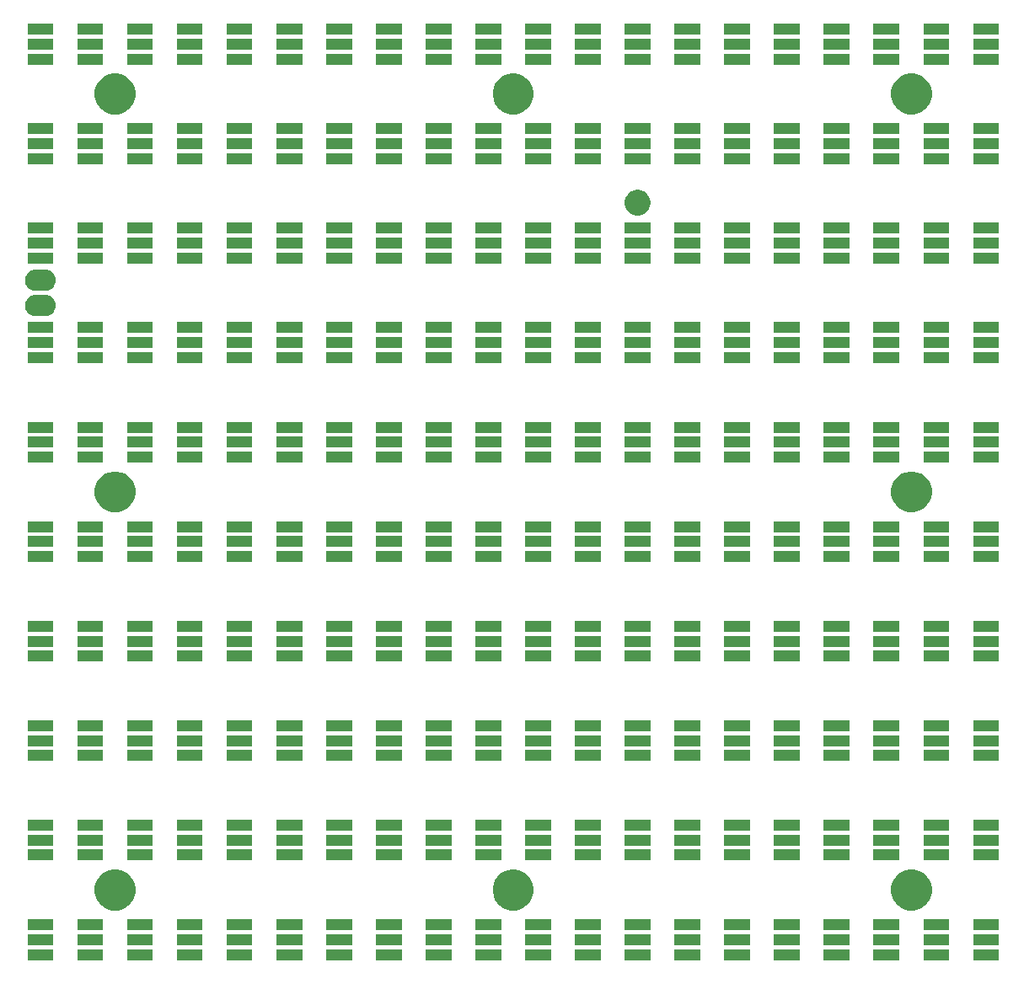
<source format=gbr>
G04 #@! TF.GenerationSoftware,KiCad,Pcbnew,5.0.2+dfsg1-1*
G04 #@! TF.CreationDate,2020-09-22T14:37:19+02:00*
G04 #@! TF.ProjectId,ledmatrix10,6c65646d-6174-4726-9978-31302e6b6963,rev?*
G04 #@! TF.SameCoordinates,Original*
G04 #@! TF.FileFunction,Soldermask,Bot*
G04 #@! TF.FilePolarity,Negative*
%FSLAX46Y46*%
G04 Gerber Fmt 4.6, Leading zero omitted, Abs format (unit mm)*
G04 Created by KiCad (PCBNEW 5.0.2+dfsg1-1) date Tue 22 Sep 2020 02:37:19 PM CEST*
%MOMM*%
%LPD*%
G01*
G04 APERTURE LIST*
%ADD10C,0.100000*%
G04 APERTURE END LIST*
D10*
G36*
X163801000Y-147051000D02*
X161199000Y-147051000D01*
X161199000Y-145949000D01*
X163801000Y-145949000D01*
X163801000Y-147051000D01*
X163801000Y-147051000D01*
G37*
G36*
X143801000Y-147051000D02*
X141199000Y-147051000D01*
X141199000Y-145949000D01*
X143801000Y-145949000D01*
X143801000Y-147051000D01*
X143801000Y-147051000D01*
G37*
G36*
X188801000Y-147051000D02*
X186199000Y-147051000D01*
X186199000Y-145949000D01*
X188801000Y-145949000D01*
X188801000Y-147051000D01*
X188801000Y-147051000D01*
G37*
G36*
X183801000Y-147051000D02*
X181199000Y-147051000D01*
X181199000Y-145949000D01*
X183801000Y-145949000D01*
X183801000Y-147051000D01*
X183801000Y-147051000D01*
G37*
G36*
X198801000Y-147051000D02*
X196199000Y-147051000D01*
X196199000Y-145949000D01*
X198801000Y-145949000D01*
X198801000Y-147051000D01*
X198801000Y-147051000D01*
G37*
G36*
X178801000Y-147051000D02*
X176199000Y-147051000D01*
X176199000Y-145949000D01*
X178801000Y-145949000D01*
X178801000Y-147051000D01*
X178801000Y-147051000D01*
G37*
G36*
X173801000Y-147051000D02*
X171199000Y-147051000D01*
X171199000Y-145949000D01*
X173801000Y-145949000D01*
X173801000Y-147051000D01*
X173801000Y-147051000D01*
G37*
G36*
X108801000Y-147051000D02*
X106199000Y-147051000D01*
X106199000Y-145949000D01*
X108801000Y-145949000D01*
X108801000Y-147051000D01*
X108801000Y-147051000D01*
G37*
G36*
X103801000Y-147051000D02*
X101199000Y-147051000D01*
X101199000Y-145949000D01*
X103801000Y-145949000D01*
X103801000Y-147051000D01*
X103801000Y-147051000D01*
G37*
G36*
X148801000Y-147051000D02*
X146199000Y-147051000D01*
X146199000Y-145949000D01*
X148801000Y-145949000D01*
X148801000Y-147051000D01*
X148801000Y-147051000D01*
G37*
G36*
X193801000Y-147051000D02*
X191199000Y-147051000D01*
X191199000Y-145949000D01*
X193801000Y-145949000D01*
X193801000Y-147051000D01*
X193801000Y-147051000D01*
G37*
G36*
X113801000Y-147051000D02*
X111199000Y-147051000D01*
X111199000Y-145949000D01*
X113801000Y-145949000D01*
X113801000Y-147051000D01*
X113801000Y-147051000D01*
G37*
G36*
X128801000Y-147051000D02*
X126199000Y-147051000D01*
X126199000Y-145949000D01*
X128801000Y-145949000D01*
X128801000Y-147051000D01*
X128801000Y-147051000D01*
G37*
G36*
X123801000Y-147051000D02*
X121199000Y-147051000D01*
X121199000Y-145949000D01*
X123801000Y-145949000D01*
X123801000Y-147051000D01*
X123801000Y-147051000D01*
G37*
G36*
X138801000Y-147051000D02*
X136199000Y-147051000D01*
X136199000Y-145949000D01*
X138801000Y-145949000D01*
X138801000Y-147051000D01*
X138801000Y-147051000D01*
G37*
G36*
X133801000Y-147051000D02*
X131199000Y-147051000D01*
X131199000Y-145949000D01*
X133801000Y-145949000D01*
X133801000Y-147051000D01*
X133801000Y-147051000D01*
G37*
G36*
X158801000Y-147051000D02*
X156199000Y-147051000D01*
X156199000Y-145949000D01*
X158801000Y-145949000D01*
X158801000Y-147051000D01*
X158801000Y-147051000D01*
G37*
G36*
X153801000Y-147051000D02*
X151199000Y-147051000D01*
X151199000Y-145949000D01*
X153801000Y-145949000D01*
X153801000Y-147051000D01*
X153801000Y-147051000D01*
G37*
G36*
X168801000Y-147051000D02*
X166199000Y-147051000D01*
X166199000Y-145949000D01*
X168801000Y-145949000D01*
X168801000Y-147051000D01*
X168801000Y-147051000D01*
G37*
G36*
X118801000Y-147051000D02*
X116199000Y-147051000D01*
X116199000Y-145949000D01*
X118801000Y-145949000D01*
X118801000Y-147051000D01*
X118801000Y-147051000D01*
G37*
G36*
X128801000Y-145551000D02*
X126199000Y-145551000D01*
X126199000Y-144449000D01*
X128801000Y-144449000D01*
X128801000Y-145551000D01*
X128801000Y-145551000D01*
G37*
G36*
X113801000Y-145551000D02*
X111199000Y-145551000D01*
X111199000Y-144449000D01*
X113801000Y-144449000D01*
X113801000Y-145551000D01*
X113801000Y-145551000D01*
G37*
G36*
X118801000Y-145551000D02*
X116199000Y-145551000D01*
X116199000Y-144449000D01*
X118801000Y-144449000D01*
X118801000Y-145551000D01*
X118801000Y-145551000D01*
G37*
G36*
X183801000Y-145551000D02*
X181199000Y-145551000D01*
X181199000Y-144449000D01*
X183801000Y-144449000D01*
X183801000Y-145551000D01*
X183801000Y-145551000D01*
G37*
G36*
X148801000Y-145551000D02*
X146199000Y-145551000D01*
X146199000Y-144449000D01*
X148801000Y-144449000D01*
X148801000Y-145551000D01*
X148801000Y-145551000D01*
G37*
G36*
X103801000Y-145551000D02*
X101199000Y-145551000D01*
X101199000Y-144449000D01*
X103801000Y-144449000D01*
X103801000Y-145551000D01*
X103801000Y-145551000D01*
G37*
G36*
X173801000Y-145551000D02*
X171199000Y-145551000D01*
X171199000Y-144449000D01*
X173801000Y-144449000D01*
X173801000Y-145551000D01*
X173801000Y-145551000D01*
G37*
G36*
X178801000Y-145551000D02*
X176199000Y-145551000D01*
X176199000Y-144449000D01*
X178801000Y-144449000D01*
X178801000Y-145551000D01*
X178801000Y-145551000D01*
G37*
G36*
X188801000Y-145551000D02*
X186199000Y-145551000D01*
X186199000Y-144449000D01*
X188801000Y-144449000D01*
X188801000Y-145551000D01*
X188801000Y-145551000D01*
G37*
G36*
X108801000Y-145551000D02*
X106199000Y-145551000D01*
X106199000Y-144449000D01*
X108801000Y-144449000D01*
X108801000Y-145551000D01*
X108801000Y-145551000D01*
G37*
G36*
X123801000Y-145551000D02*
X121199000Y-145551000D01*
X121199000Y-144449000D01*
X123801000Y-144449000D01*
X123801000Y-145551000D01*
X123801000Y-145551000D01*
G37*
G36*
X138801000Y-145551000D02*
X136199000Y-145551000D01*
X136199000Y-144449000D01*
X138801000Y-144449000D01*
X138801000Y-145551000D01*
X138801000Y-145551000D01*
G37*
G36*
X193801000Y-145551000D02*
X191199000Y-145551000D01*
X191199000Y-144449000D01*
X193801000Y-144449000D01*
X193801000Y-145551000D01*
X193801000Y-145551000D01*
G37*
G36*
X198801000Y-145551000D02*
X196199000Y-145551000D01*
X196199000Y-144449000D01*
X198801000Y-144449000D01*
X198801000Y-145551000D01*
X198801000Y-145551000D01*
G37*
G36*
X168801000Y-145551000D02*
X166199000Y-145551000D01*
X166199000Y-144449000D01*
X168801000Y-144449000D01*
X168801000Y-145551000D01*
X168801000Y-145551000D01*
G37*
G36*
X143801000Y-145551000D02*
X141199000Y-145551000D01*
X141199000Y-144449000D01*
X143801000Y-144449000D01*
X143801000Y-145551000D01*
X143801000Y-145551000D01*
G37*
G36*
X133801000Y-145551000D02*
X131199000Y-145551000D01*
X131199000Y-144449000D01*
X133801000Y-144449000D01*
X133801000Y-145551000D01*
X133801000Y-145551000D01*
G37*
G36*
X158801000Y-145551000D02*
X156199000Y-145551000D01*
X156199000Y-144449000D01*
X158801000Y-144449000D01*
X158801000Y-145551000D01*
X158801000Y-145551000D01*
G37*
G36*
X153801000Y-145551000D02*
X151199000Y-145551000D01*
X151199000Y-144449000D01*
X153801000Y-144449000D01*
X153801000Y-145551000D01*
X153801000Y-145551000D01*
G37*
G36*
X163801000Y-145551000D02*
X161199000Y-145551000D01*
X161199000Y-144449000D01*
X163801000Y-144449000D01*
X163801000Y-145551000D01*
X163801000Y-145551000D01*
G37*
G36*
X163801000Y-144051000D02*
X161199000Y-144051000D01*
X161199000Y-142949000D01*
X163801000Y-142949000D01*
X163801000Y-144051000D01*
X163801000Y-144051000D01*
G37*
G36*
X168801000Y-144051000D02*
X166199000Y-144051000D01*
X166199000Y-142949000D01*
X168801000Y-142949000D01*
X168801000Y-144051000D01*
X168801000Y-144051000D01*
G37*
G36*
X153801000Y-144051000D02*
X151199000Y-144051000D01*
X151199000Y-142949000D01*
X153801000Y-142949000D01*
X153801000Y-144051000D01*
X153801000Y-144051000D01*
G37*
G36*
X113801000Y-144051000D02*
X111199000Y-144051000D01*
X111199000Y-142949000D01*
X113801000Y-142949000D01*
X113801000Y-144051000D01*
X113801000Y-144051000D01*
G37*
G36*
X118801000Y-144051000D02*
X116199000Y-144051000D01*
X116199000Y-142949000D01*
X118801000Y-142949000D01*
X118801000Y-144051000D01*
X118801000Y-144051000D01*
G37*
G36*
X123801000Y-144051000D02*
X121199000Y-144051000D01*
X121199000Y-142949000D01*
X123801000Y-142949000D01*
X123801000Y-144051000D01*
X123801000Y-144051000D01*
G37*
G36*
X158801000Y-144051000D02*
X156199000Y-144051000D01*
X156199000Y-142949000D01*
X158801000Y-142949000D01*
X158801000Y-144051000D01*
X158801000Y-144051000D01*
G37*
G36*
X133801000Y-144051000D02*
X131199000Y-144051000D01*
X131199000Y-142949000D01*
X133801000Y-142949000D01*
X133801000Y-144051000D01*
X133801000Y-144051000D01*
G37*
G36*
X128801000Y-144051000D02*
X126199000Y-144051000D01*
X126199000Y-142949000D01*
X128801000Y-142949000D01*
X128801000Y-144051000D01*
X128801000Y-144051000D01*
G37*
G36*
X138801000Y-144051000D02*
X136199000Y-144051000D01*
X136199000Y-142949000D01*
X138801000Y-142949000D01*
X138801000Y-144051000D01*
X138801000Y-144051000D01*
G37*
G36*
X173801000Y-144051000D02*
X171199000Y-144051000D01*
X171199000Y-142949000D01*
X173801000Y-142949000D01*
X173801000Y-144051000D01*
X173801000Y-144051000D01*
G37*
G36*
X108801000Y-144051000D02*
X106199000Y-144051000D01*
X106199000Y-142949000D01*
X108801000Y-142949000D01*
X108801000Y-144051000D01*
X108801000Y-144051000D01*
G37*
G36*
X103801000Y-144051000D02*
X101199000Y-144051000D01*
X101199000Y-142949000D01*
X103801000Y-142949000D01*
X103801000Y-144051000D01*
X103801000Y-144051000D01*
G37*
G36*
X148801000Y-144051000D02*
X146199000Y-144051000D01*
X146199000Y-142949000D01*
X148801000Y-142949000D01*
X148801000Y-144051000D01*
X148801000Y-144051000D01*
G37*
G36*
X143801000Y-144051000D02*
X141199000Y-144051000D01*
X141199000Y-142949000D01*
X143801000Y-142949000D01*
X143801000Y-144051000D01*
X143801000Y-144051000D01*
G37*
G36*
X198801000Y-144051000D02*
X196199000Y-144051000D01*
X196199000Y-142949000D01*
X198801000Y-142949000D01*
X198801000Y-144051000D01*
X198801000Y-144051000D01*
G37*
G36*
X193801000Y-144051000D02*
X191199000Y-144051000D01*
X191199000Y-142949000D01*
X193801000Y-142949000D01*
X193801000Y-144051000D01*
X193801000Y-144051000D01*
G37*
G36*
X188801000Y-144051000D02*
X186199000Y-144051000D01*
X186199000Y-142949000D01*
X188801000Y-142949000D01*
X188801000Y-144051000D01*
X188801000Y-144051000D01*
G37*
G36*
X183801000Y-144051000D02*
X181199000Y-144051000D01*
X181199000Y-142949000D01*
X183801000Y-142949000D01*
X183801000Y-144051000D01*
X183801000Y-144051000D01*
G37*
G36*
X178801000Y-144051000D02*
X176199000Y-144051000D01*
X176199000Y-142949000D01*
X178801000Y-142949000D01*
X178801000Y-144051000D01*
X178801000Y-144051000D01*
G37*
G36*
X190598252Y-138027818D02*
X190598254Y-138027819D01*
X190598255Y-138027819D01*
X190971513Y-138182427D01*
X190971514Y-138182428D01*
X191307439Y-138406886D01*
X191593114Y-138692561D01*
X191593116Y-138692564D01*
X191817573Y-139028487D01*
X191972181Y-139401745D01*
X192051000Y-139797994D01*
X192051000Y-140202006D01*
X191972181Y-140598255D01*
X191817573Y-140971513D01*
X191817572Y-140971514D01*
X191593114Y-141307439D01*
X191307439Y-141593114D01*
X191307436Y-141593116D01*
X190971513Y-141817573D01*
X190598255Y-141972181D01*
X190598254Y-141972181D01*
X190598252Y-141972182D01*
X190202007Y-142051000D01*
X189797993Y-142051000D01*
X189401748Y-141972182D01*
X189401746Y-141972181D01*
X189401745Y-141972181D01*
X189028487Y-141817573D01*
X188692564Y-141593116D01*
X188692561Y-141593114D01*
X188406886Y-141307439D01*
X188182428Y-140971514D01*
X188182427Y-140971513D01*
X188027819Y-140598255D01*
X187949000Y-140202006D01*
X187949000Y-139797994D01*
X188027819Y-139401745D01*
X188182427Y-139028487D01*
X188406884Y-138692564D01*
X188406886Y-138692561D01*
X188692561Y-138406886D01*
X189028486Y-138182428D01*
X189028487Y-138182427D01*
X189401745Y-138027819D01*
X189401746Y-138027819D01*
X189401748Y-138027818D01*
X189797993Y-137949000D01*
X190202007Y-137949000D01*
X190598252Y-138027818D01*
X190598252Y-138027818D01*
G37*
G36*
X150598252Y-138027818D02*
X150598254Y-138027819D01*
X150598255Y-138027819D01*
X150971513Y-138182427D01*
X150971514Y-138182428D01*
X151307439Y-138406886D01*
X151593114Y-138692561D01*
X151593116Y-138692564D01*
X151817573Y-139028487D01*
X151972181Y-139401745D01*
X152051000Y-139797994D01*
X152051000Y-140202006D01*
X151972181Y-140598255D01*
X151817573Y-140971513D01*
X151817572Y-140971514D01*
X151593114Y-141307439D01*
X151307439Y-141593114D01*
X151307436Y-141593116D01*
X150971513Y-141817573D01*
X150598255Y-141972181D01*
X150598254Y-141972181D01*
X150598252Y-141972182D01*
X150202007Y-142051000D01*
X149797993Y-142051000D01*
X149401748Y-141972182D01*
X149401746Y-141972181D01*
X149401745Y-141972181D01*
X149028487Y-141817573D01*
X148692564Y-141593116D01*
X148692561Y-141593114D01*
X148406886Y-141307439D01*
X148182428Y-140971514D01*
X148182427Y-140971513D01*
X148027819Y-140598255D01*
X147949000Y-140202006D01*
X147949000Y-139797994D01*
X148027819Y-139401745D01*
X148182427Y-139028487D01*
X148406884Y-138692564D01*
X148406886Y-138692561D01*
X148692561Y-138406886D01*
X149028486Y-138182428D01*
X149028487Y-138182427D01*
X149401745Y-138027819D01*
X149401746Y-138027819D01*
X149401748Y-138027818D01*
X149797993Y-137949000D01*
X150202007Y-137949000D01*
X150598252Y-138027818D01*
X150598252Y-138027818D01*
G37*
G36*
X110598252Y-138027818D02*
X110598254Y-138027819D01*
X110598255Y-138027819D01*
X110971513Y-138182427D01*
X110971514Y-138182428D01*
X111307439Y-138406886D01*
X111593114Y-138692561D01*
X111593116Y-138692564D01*
X111817573Y-139028487D01*
X111972181Y-139401745D01*
X112051000Y-139797994D01*
X112051000Y-140202006D01*
X111972181Y-140598255D01*
X111817573Y-140971513D01*
X111817572Y-140971514D01*
X111593114Y-141307439D01*
X111307439Y-141593114D01*
X111307436Y-141593116D01*
X110971513Y-141817573D01*
X110598255Y-141972181D01*
X110598254Y-141972181D01*
X110598252Y-141972182D01*
X110202007Y-142051000D01*
X109797993Y-142051000D01*
X109401748Y-141972182D01*
X109401746Y-141972181D01*
X109401745Y-141972181D01*
X109028487Y-141817573D01*
X108692564Y-141593116D01*
X108692561Y-141593114D01*
X108406886Y-141307439D01*
X108182428Y-140971514D01*
X108182427Y-140971513D01*
X108027819Y-140598255D01*
X107949000Y-140202006D01*
X107949000Y-139797994D01*
X108027819Y-139401745D01*
X108182427Y-139028487D01*
X108406884Y-138692564D01*
X108406886Y-138692561D01*
X108692561Y-138406886D01*
X109028486Y-138182428D01*
X109028487Y-138182427D01*
X109401745Y-138027819D01*
X109401746Y-138027819D01*
X109401748Y-138027818D01*
X109797993Y-137949000D01*
X110202007Y-137949000D01*
X110598252Y-138027818D01*
X110598252Y-138027818D01*
G37*
G36*
X138801000Y-137051000D02*
X136199000Y-137051000D01*
X136199000Y-135949000D01*
X138801000Y-135949000D01*
X138801000Y-137051000D01*
X138801000Y-137051000D01*
G37*
G36*
X108801000Y-137051000D02*
X106199000Y-137051000D01*
X106199000Y-135949000D01*
X108801000Y-135949000D01*
X108801000Y-137051000D01*
X108801000Y-137051000D01*
G37*
G36*
X113801000Y-137051000D02*
X111199000Y-137051000D01*
X111199000Y-135949000D01*
X113801000Y-135949000D01*
X113801000Y-137051000D01*
X113801000Y-137051000D01*
G37*
G36*
X103801000Y-137051000D02*
X101199000Y-137051000D01*
X101199000Y-135949000D01*
X103801000Y-135949000D01*
X103801000Y-137051000D01*
X103801000Y-137051000D01*
G37*
G36*
X148801000Y-137051000D02*
X146199000Y-137051000D01*
X146199000Y-135949000D01*
X148801000Y-135949000D01*
X148801000Y-137051000D01*
X148801000Y-137051000D01*
G37*
G36*
X118801000Y-137051000D02*
X116199000Y-137051000D01*
X116199000Y-135949000D01*
X118801000Y-135949000D01*
X118801000Y-137051000D01*
X118801000Y-137051000D01*
G37*
G36*
X143801000Y-137051000D02*
X141199000Y-137051000D01*
X141199000Y-135949000D01*
X143801000Y-135949000D01*
X143801000Y-137051000D01*
X143801000Y-137051000D01*
G37*
G36*
X133801000Y-137051000D02*
X131199000Y-137051000D01*
X131199000Y-135949000D01*
X133801000Y-135949000D01*
X133801000Y-137051000D01*
X133801000Y-137051000D01*
G37*
G36*
X123801000Y-137051000D02*
X121199000Y-137051000D01*
X121199000Y-135949000D01*
X123801000Y-135949000D01*
X123801000Y-137051000D01*
X123801000Y-137051000D01*
G37*
G36*
X128801000Y-137051000D02*
X126199000Y-137051000D01*
X126199000Y-135949000D01*
X128801000Y-135949000D01*
X128801000Y-137051000D01*
X128801000Y-137051000D01*
G37*
G36*
X153801000Y-137051000D02*
X151199000Y-137051000D01*
X151199000Y-135949000D01*
X153801000Y-135949000D01*
X153801000Y-137051000D01*
X153801000Y-137051000D01*
G37*
G36*
X198801000Y-137051000D02*
X196199000Y-137051000D01*
X196199000Y-135949000D01*
X198801000Y-135949000D01*
X198801000Y-137051000D01*
X198801000Y-137051000D01*
G37*
G36*
X158801000Y-137051000D02*
X156199000Y-137051000D01*
X156199000Y-135949000D01*
X158801000Y-135949000D01*
X158801000Y-137051000D01*
X158801000Y-137051000D01*
G37*
G36*
X163801000Y-137051000D02*
X161199000Y-137051000D01*
X161199000Y-135949000D01*
X163801000Y-135949000D01*
X163801000Y-137051000D01*
X163801000Y-137051000D01*
G37*
G36*
X168801000Y-137051000D02*
X166199000Y-137051000D01*
X166199000Y-135949000D01*
X168801000Y-135949000D01*
X168801000Y-137051000D01*
X168801000Y-137051000D01*
G37*
G36*
X173801000Y-137051000D02*
X171199000Y-137051000D01*
X171199000Y-135949000D01*
X173801000Y-135949000D01*
X173801000Y-137051000D01*
X173801000Y-137051000D01*
G37*
G36*
X183801000Y-137051000D02*
X181199000Y-137051000D01*
X181199000Y-135949000D01*
X183801000Y-135949000D01*
X183801000Y-137051000D01*
X183801000Y-137051000D01*
G37*
G36*
X193801000Y-137051000D02*
X191199000Y-137051000D01*
X191199000Y-135949000D01*
X193801000Y-135949000D01*
X193801000Y-137051000D01*
X193801000Y-137051000D01*
G37*
G36*
X188801000Y-137051000D02*
X186199000Y-137051000D01*
X186199000Y-135949000D01*
X188801000Y-135949000D01*
X188801000Y-137051000D01*
X188801000Y-137051000D01*
G37*
G36*
X178801000Y-137051000D02*
X176199000Y-137051000D01*
X176199000Y-135949000D01*
X178801000Y-135949000D01*
X178801000Y-137051000D01*
X178801000Y-137051000D01*
G37*
G36*
X113801000Y-135551000D02*
X111199000Y-135551000D01*
X111199000Y-134449000D01*
X113801000Y-134449000D01*
X113801000Y-135551000D01*
X113801000Y-135551000D01*
G37*
G36*
X178801000Y-135551000D02*
X176199000Y-135551000D01*
X176199000Y-134449000D01*
X178801000Y-134449000D01*
X178801000Y-135551000D01*
X178801000Y-135551000D01*
G37*
G36*
X173801000Y-135551000D02*
X171199000Y-135551000D01*
X171199000Y-134449000D01*
X173801000Y-134449000D01*
X173801000Y-135551000D01*
X173801000Y-135551000D01*
G37*
G36*
X168801000Y-135551000D02*
X166199000Y-135551000D01*
X166199000Y-134449000D01*
X168801000Y-134449000D01*
X168801000Y-135551000D01*
X168801000Y-135551000D01*
G37*
G36*
X193801000Y-135551000D02*
X191199000Y-135551000D01*
X191199000Y-134449000D01*
X193801000Y-134449000D01*
X193801000Y-135551000D01*
X193801000Y-135551000D01*
G37*
G36*
X198801000Y-135551000D02*
X196199000Y-135551000D01*
X196199000Y-134449000D01*
X198801000Y-134449000D01*
X198801000Y-135551000D01*
X198801000Y-135551000D01*
G37*
G36*
X163801000Y-135551000D02*
X161199000Y-135551000D01*
X161199000Y-134449000D01*
X163801000Y-134449000D01*
X163801000Y-135551000D01*
X163801000Y-135551000D01*
G37*
G36*
X148801000Y-135551000D02*
X146199000Y-135551000D01*
X146199000Y-134449000D01*
X148801000Y-134449000D01*
X148801000Y-135551000D01*
X148801000Y-135551000D01*
G37*
G36*
X103801000Y-135551000D02*
X101199000Y-135551000D01*
X101199000Y-134449000D01*
X103801000Y-134449000D01*
X103801000Y-135551000D01*
X103801000Y-135551000D01*
G37*
G36*
X108801000Y-135551000D02*
X106199000Y-135551000D01*
X106199000Y-134449000D01*
X108801000Y-134449000D01*
X108801000Y-135551000D01*
X108801000Y-135551000D01*
G37*
G36*
X118801000Y-135551000D02*
X116199000Y-135551000D01*
X116199000Y-134449000D01*
X118801000Y-134449000D01*
X118801000Y-135551000D01*
X118801000Y-135551000D01*
G37*
G36*
X158801000Y-135551000D02*
X156199000Y-135551000D01*
X156199000Y-134449000D01*
X158801000Y-134449000D01*
X158801000Y-135551000D01*
X158801000Y-135551000D01*
G37*
G36*
X183801000Y-135551000D02*
X181199000Y-135551000D01*
X181199000Y-134449000D01*
X183801000Y-134449000D01*
X183801000Y-135551000D01*
X183801000Y-135551000D01*
G37*
G36*
X123801000Y-135551000D02*
X121199000Y-135551000D01*
X121199000Y-134449000D01*
X123801000Y-134449000D01*
X123801000Y-135551000D01*
X123801000Y-135551000D01*
G37*
G36*
X128801000Y-135551000D02*
X126199000Y-135551000D01*
X126199000Y-134449000D01*
X128801000Y-134449000D01*
X128801000Y-135551000D01*
X128801000Y-135551000D01*
G37*
G36*
X188801000Y-135551000D02*
X186199000Y-135551000D01*
X186199000Y-134449000D01*
X188801000Y-134449000D01*
X188801000Y-135551000D01*
X188801000Y-135551000D01*
G37*
G36*
X143801000Y-135551000D02*
X141199000Y-135551000D01*
X141199000Y-134449000D01*
X143801000Y-134449000D01*
X143801000Y-135551000D01*
X143801000Y-135551000D01*
G37*
G36*
X133801000Y-135551000D02*
X131199000Y-135551000D01*
X131199000Y-134449000D01*
X133801000Y-134449000D01*
X133801000Y-135551000D01*
X133801000Y-135551000D01*
G37*
G36*
X153801000Y-135551000D02*
X151199000Y-135551000D01*
X151199000Y-134449000D01*
X153801000Y-134449000D01*
X153801000Y-135551000D01*
X153801000Y-135551000D01*
G37*
G36*
X138801000Y-135551000D02*
X136199000Y-135551000D01*
X136199000Y-134449000D01*
X138801000Y-134449000D01*
X138801000Y-135551000D01*
X138801000Y-135551000D01*
G37*
G36*
X168801000Y-134051000D02*
X166199000Y-134051000D01*
X166199000Y-132949000D01*
X168801000Y-132949000D01*
X168801000Y-134051000D01*
X168801000Y-134051000D01*
G37*
G36*
X153801000Y-134051000D02*
X151199000Y-134051000D01*
X151199000Y-132949000D01*
X153801000Y-132949000D01*
X153801000Y-134051000D01*
X153801000Y-134051000D01*
G37*
G36*
X148801000Y-134051000D02*
X146199000Y-134051000D01*
X146199000Y-132949000D01*
X148801000Y-132949000D01*
X148801000Y-134051000D01*
X148801000Y-134051000D01*
G37*
G36*
X143801000Y-134051000D02*
X141199000Y-134051000D01*
X141199000Y-132949000D01*
X143801000Y-132949000D01*
X143801000Y-134051000D01*
X143801000Y-134051000D01*
G37*
G36*
X183801000Y-134051000D02*
X181199000Y-134051000D01*
X181199000Y-132949000D01*
X183801000Y-132949000D01*
X183801000Y-134051000D01*
X183801000Y-134051000D01*
G37*
G36*
X188801000Y-134051000D02*
X186199000Y-134051000D01*
X186199000Y-132949000D01*
X188801000Y-132949000D01*
X188801000Y-134051000D01*
X188801000Y-134051000D01*
G37*
G36*
X193801000Y-134051000D02*
X191199000Y-134051000D01*
X191199000Y-132949000D01*
X193801000Y-132949000D01*
X193801000Y-134051000D01*
X193801000Y-134051000D01*
G37*
G36*
X128801000Y-134051000D02*
X126199000Y-134051000D01*
X126199000Y-132949000D01*
X128801000Y-132949000D01*
X128801000Y-134051000D01*
X128801000Y-134051000D01*
G37*
G36*
X123801000Y-134051000D02*
X121199000Y-134051000D01*
X121199000Y-132949000D01*
X123801000Y-132949000D01*
X123801000Y-134051000D01*
X123801000Y-134051000D01*
G37*
G36*
X103801000Y-134051000D02*
X101199000Y-134051000D01*
X101199000Y-132949000D01*
X103801000Y-132949000D01*
X103801000Y-134051000D01*
X103801000Y-134051000D01*
G37*
G36*
X163801000Y-134051000D02*
X161199000Y-134051000D01*
X161199000Y-132949000D01*
X163801000Y-132949000D01*
X163801000Y-134051000D01*
X163801000Y-134051000D01*
G37*
G36*
X158801000Y-134051000D02*
X156199000Y-134051000D01*
X156199000Y-132949000D01*
X158801000Y-132949000D01*
X158801000Y-134051000D01*
X158801000Y-134051000D01*
G37*
G36*
X113801000Y-134051000D02*
X111199000Y-134051000D01*
X111199000Y-132949000D01*
X113801000Y-132949000D01*
X113801000Y-134051000D01*
X113801000Y-134051000D01*
G37*
G36*
X118801000Y-134051000D02*
X116199000Y-134051000D01*
X116199000Y-132949000D01*
X118801000Y-132949000D01*
X118801000Y-134051000D01*
X118801000Y-134051000D01*
G37*
G36*
X133801000Y-134051000D02*
X131199000Y-134051000D01*
X131199000Y-132949000D01*
X133801000Y-132949000D01*
X133801000Y-134051000D01*
X133801000Y-134051000D01*
G37*
G36*
X108801000Y-134051000D02*
X106199000Y-134051000D01*
X106199000Y-132949000D01*
X108801000Y-132949000D01*
X108801000Y-134051000D01*
X108801000Y-134051000D01*
G37*
G36*
X178801000Y-134051000D02*
X176199000Y-134051000D01*
X176199000Y-132949000D01*
X178801000Y-132949000D01*
X178801000Y-134051000D01*
X178801000Y-134051000D01*
G37*
G36*
X173801000Y-134051000D02*
X171199000Y-134051000D01*
X171199000Y-132949000D01*
X173801000Y-132949000D01*
X173801000Y-134051000D01*
X173801000Y-134051000D01*
G37*
G36*
X138801000Y-134051000D02*
X136199000Y-134051000D01*
X136199000Y-132949000D01*
X138801000Y-132949000D01*
X138801000Y-134051000D01*
X138801000Y-134051000D01*
G37*
G36*
X198801000Y-134051000D02*
X196199000Y-134051000D01*
X196199000Y-132949000D01*
X198801000Y-132949000D01*
X198801000Y-134051000D01*
X198801000Y-134051000D01*
G37*
G36*
X153801000Y-127051000D02*
X151199000Y-127051000D01*
X151199000Y-125949000D01*
X153801000Y-125949000D01*
X153801000Y-127051000D01*
X153801000Y-127051000D01*
G37*
G36*
X158801000Y-127051000D02*
X156199000Y-127051000D01*
X156199000Y-125949000D01*
X158801000Y-125949000D01*
X158801000Y-127051000D01*
X158801000Y-127051000D01*
G37*
G36*
X193801000Y-127051000D02*
X191199000Y-127051000D01*
X191199000Y-125949000D01*
X193801000Y-125949000D01*
X193801000Y-127051000D01*
X193801000Y-127051000D01*
G37*
G36*
X148801000Y-127051000D02*
X146199000Y-127051000D01*
X146199000Y-125949000D01*
X148801000Y-125949000D01*
X148801000Y-127051000D01*
X148801000Y-127051000D01*
G37*
G36*
X143801000Y-127051000D02*
X141199000Y-127051000D01*
X141199000Y-125949000D01*
X143801000Y-125949000D01*
X143801000Y-127051000D01*
X143801000Y-127051000D01*
G37*
G36*
X198801000Y-127051000D02*
X196199000Y-127051000D01*
X196199000Y-125949000D01*
X198801000Y-125949000D01*
X198801000Y-127051000D01*
X198801000Y-127051000D01*
G37*
G36*
X183801000Y-127051000D02*
X181199000Y-127051000D01*
X181199000Y-125949000D01*
X183801000Y-125949000D01*
X183801000Y-127051000D01*
X183801000Y-127051000D01*
G37*
G36*
X188801000Y-127051000D02*
X186199000Y-127051000D01*
X186199000Y-125949000D01*
X188801000Y-125949000D01*
X188801000Y-127051000D01*
X188801000Y-127051000D01*
G37*
G36*
X103801000Y-127051000D02*
X101199000Y-127051000D01*
X101199000Y-125949000D01*
X103801000Y-125949000D01*
X103801000Y-127051000D01*
X103801000Y-127051000D01*
G37*
G36*
X173801000Y-127051000D02*
X171199000Y-127051000D01*
X171199000Y-125949000D01*
X173801000Y-125949000D01*
X173801000Y-127051000D01*
X173801000Y-127051000D01*
G37*
G36*
X108801000Y-127051000D02*
X106199000Y-127051000D01*
X106199000Y-125949000D01*
X108801000Y-125949000D01*
X108801000Y-127051000D01*
X108801000Y-127051000D01*
G37*
G36*
X113801000Y-127051000D02*
X111199000Y-127051000D01*
X111199000Y-125949000D01*
X113801000Y-125949000D01*
X113801000Y-127051000D01*
X113801000Y-127051000D01*
G37*
G36*
X118801000Y-127051000D02*
X116199000Y-127051000D01*
X116199000Y-125949000D01*
X118801000Y-125949000D01*
X118801000Y-127051000D01*
X118801000Y-127051000D01*
G37*
G36*
X123801000Y-127051000D02*
X121199000Y-127051000D01*
X121199000Y-125949000D01*
X123801000Y-125949000D01*
X123801000Y-127051000D01*
X123801000Y-127051000D01*
G37*
G36*
X128801000Y-127051000D02*
X126199000Y-127051000D01*
X126199000Y-125949000D01*
X128801000Y-125949000D01*
X128801000Y-127051000D01*
X128801000Y-127051000D01*
G37*
G36*
X168801000Y-127051000D02*
X166199000Y-127051000D01*
X166199000Y-125949000D01*
X168801000Y-125949000D01*
X168801000Y-127051000D01*
X168801000Y-127051000D01*
G37*
G36*
X163801000Y-127051000D02*
X161199000Y-127051000D01*
X161199000Y-125949000D01*
X163801000Y-125949000D01*
X163801000Y-127051000D01*
X163801000Y-127051000D01*
G37*
G36*
X138801000Y-127051000D02*
X136199000Y-127051000D01*
X136199000Y-125949000D01*
X138801000Y-125949000D01*
X138801000Y-127051000D01*
X138801000Y-127051000D01*
G37*
G36*
X133801000Y-127051000D02*
X131199000Y-127051000D01*
X131199000Y-125949000D01*
X133801000Y-125949000D01*
X133801000Y-127051000D01*
X133801000Y-127051000D01*
G37*
G36*
X178801000Y-127051000D02*
X176199000Y-127051000D01*
X176199000Y-125949000D01*
X178801000Y-125949000D01*
X178801000Y-127051000D01*
X178801000Y-127051000D01*
G37*
G36*
X193801000Y-125551000D02*
X191199000Y-125551000D01*
X191199000Y-124449000D01*
X193801000Y-124449000D01*
X193801000Y-125551000D01*
X193801000Y-125551000D01*
G37*
G36*
X198801000Y-125551000D02*
X196199000Y-125551000D01*
X196199000Y-124449000D01*
X198801000Y-124449000D01*
X198801000Y-125551000D01*
X198801000Y-125551000D01*
G37*
G36*
X118801000Y-125551000D02*
X116199000Y-125551000D01*
X116199000Y-124449000D01*
X118801000Y-124449000D01*
X118801000Y-125551000D01*
X118801000Y-125551000D01*
G37*
G36*
X138801000Y-125551000D02*
X136199000Y-125551000D01*
X136199000Y-124449000D01*
X138801000Y-124449000D01*
X138801000Y-125551000D01*
X138801000Y-125551000D01*
G37*
G36*
X153801000Y-125551000D02*
X151199000Y-125551000D01*
X151199000Y-124449000D01*
X153801000Y-124449000D01*
X153801000Y-125551000D01*
X153801000Y-125551000D01*
G37*
G36*
X143801000Y-125551000D02*
X141199000Y-125551000D01*
X141199000Y-124449000D01*
X143801000Y-124449000D01*
X143801000Y-125551000D01*
X143801000Y-125551000D01*
G37*
G36*
X148801000Y-125551000D02*
X146199000Y-125551000D01*
X146199000Y-124449000D01*
X148801000Y-124449000D01*
X148801000Y-125551000D01*
X148801000Y-125551000D01*
G37*
G36*
X128801000Y-125551000D02*
X126199000Y-125551000D01*
X126199000Y-124449000D01*
X128801000Y-124449000D01*
X128801000Y-125551000D01*
X128801000Y-125551000D01*
G37*
G36*
X123801000Y-125551000D02*
X121199000Y-125551000D01*
X121199000Y-124449000D01*
X123801000Y-124449000D01*
X123801000Y-125551000D01*
X123801000Y-125551000D01*
G37*
G36*
X133801000Y-125551000D02*
X131199000Y-125551000D01*
X131199000Y-124449000D01*
X133801000Y-124449000D01*
X133801000Y-125551000D01*
X133801000Y-125551000D01*
G37*
G36*
X183801000Y-125551000D02*
X181199000Y-125551000D01*
X181199000Y-124449000D01*
X183801000Y-124449000D01*
X183801000Y-125551000D01*
X183801000Y-125551000D01*
G37*
G36*
X188801000Y-125551000D02*
X186199000Y-125551000D01*
X186199000Y-124449000D01*
X188801000Y-124449000D01*
X188801000Y-125551000D01*
X188801000Y-125551000D01*
G37*
G36*
X163801000Y-125551000D02*
X161199000Y-125551000D01*
X161199000Y-124449000D01*
X163801000Y-124449000D01*
X163801000Y-125551000D01*
X163801000Y-125551000D01*
G37*
G36*
X108801000Y-125551000D02*
X106199000Y-125551000D01*
X106199000Y-124449000D01*
X108801000Y-124449000D01*
X108801000Y-125551000D01*
X108801000Y-125551000D01*
G37*
G36*
X113801000Y-125551000D02*
X111199000Y-125551000D01*
X111199000Y-124449000D01*
X113801000Y-124449000D01*
X113801000Y-125551000D01*
X113801000Y-125551000D01*
G37*
G36*
X103801000Y-125551000D02*
X101199000Y-125551000D01*
X101199000Y-124449000D01*
X103801000Y-124449000D01*
X103801000Y-125551000D01*
X103801000Y-125551000D01*
G37*
G36*
X168801000Y-125551000D02*
X166199000Y-125551000D01*
X166199000Y-124449000D01*
X168801000Y-124449000D01*
X168801000Y-125551000D01*
X168801000Y-125551000D01*
G37*
G36*
X158801000Y-125551000D02*
X156199000Y-125551000D01*
X156199000Y-124449000D01*
X158801000Y-124449000D01*
X158801000Y-125551000D01*
X158801000Y-125551000D01*
G37*
G36*
X173801000Y-125551000D02*
X171199000Y-125551000D01*
X171199000Y-124449000D01*
X173801000Y-124449000D01*
X173801000Y-125551000D01*
X173801000Y-125551000D01*
G37*
G36*
X178801000Y-125551000D02*
X176199000Y-125551000D01*
X176199000Y-124449000D01*
X178801000Y-124449000D01*
X178801000Y-125551000D01*
X178801000Y-125551000D01*
G37*
G36*
X128801000Y-124051000D02*
X126199000Y-124051000D01*
X126199000Y-122949000D01*
X128801000Y-122949000D01*
X128801000Y-124051000D01*
X128801000Y-124051000D01*
G37*
G36*
X198801000Y-124051000D02*
X196199000Y-124051000D01*
X196199000Y-122949000D01*
X198801000Y-122949000D01*
X198801000Y-124051000D01*
X198801000Y-124051000D01*
G37*
G36*
X193801000Y-124051000D02*
X191199000Y-124051000D01*
X191199000Y-122949000D01*
X193801000Y-122949000D01*
X193801000Y-124051000D01*
X193801000Y-124051000D01*
G37*
G36*
X178801000Y-124051000D02*
X176199000Y-124051000D01*
X176199000Y-122949000D01*
X178801000Y-122949000D01*
X178801000Y-124051000D01*
X178801000Y-124051000D01*
G37*
G36*
X103801000Y-124051000D02*
X101199000Y-124051000D01*
X101199000Y-122949000D01*
X103801000Y-122949000D01*
X103801000Y-124051000D01*
X103801000Y-124051000D01*
G37*
G36*
X108801000Y-124051000D02*
X106199000Y-124051000D01*
X106199000Y-122949000D01*
X108801000Y-122949000D01*
X108801000Y-124051000D01*
X108801000Y-124051000D01*
G37*
G36*
X118801000Y-124051000D02*
X116199000Y-124051000D01*
X116199000Y-122949000D01*
X118801000Y-122949000D01*
X118801000Y-124051000D01*
X118801000Y-124051000D01*
G37*
G36*
X113801000Y-124051000D02*
X111199000Y-124051000D01*
X111199000Y-122949000D01*
X113801000Y-122949000D01*
X113801000Y-124051000D01*
X113801000Y-124051000D01*
G37*
G36*
X188801000Y-124051000D02*
X186199000Y-124051000D01*
X186199000Y-122949000D01*
X188801000Y-122949000D01*
X188801000Y-124051000D01*
X188801000Y-124051000D01*
G37*
G36*
X173801000Y-124051000D02*
X171199000Y-124051000D01*
X171199000Y-122949000D01*
X173801000Y-122949000D01*
X173801000Y-124051000D01*
X173801000Y-124051000D01*
G37*
G36*
X123801000Y-124051000D02*
X121199000Y-124051000D01*
X121199000Y-122949000D01*
X123801000Y-122949000D01*
X123801000Y-124051000D01*
X123801000Y-124051000D01*
G37*
G36*
X148801000Y-124051000D02*
X146199000Y-124051000D01*
X146199000Y-122949000D01*
X148801000Y-122949000D01*
X148801000Y-124051000D01*
X148801000Y-124051000D01*
G37*
G36*
X143801000Y-124051000D02*
X141199000Y-124051000D01*
X141199000Y-122949000D01*
X143801000Y-122949000D01*
X143801000Y-124051000D01*
X143801000Y-124051000D01*
G37*
G36*
X138801000Y-124051000D02*
X136199000Y-124051000D01*
X136199000Y-122949000D01*
X138801000Y-122949000D01*
X138801000Y-124051000D01*
X138801000Y-124051000D01*
G37*
G36*
X183801000Y-124051000D02*
X181199000Y-124051000D01*
X181199000Y-122949000D01*
X183801000Y-122949000D01*
X183801000Y-124051000D01*
X183801000Y-124051000D01*
G37*
G36*
X133801000Y-124051000D02*
X131199000Y-124051000D01*
X131199000Y-122949000D01*
X133801000Y-122949000D01*
X133801000Y-124051000D01*
X133801000Y-124051000D01*
G37*
G36*
X158801000Y-124051000D02*
X156199000Y-124051000D01*
X156199000Y-122949000D01*
X158801000Y-122949000D01*
X158801000Y-124051000D01*
X158801000Y-124051000D01*
G37*
G36*
X153801000Y-124051000D02*
X151199000Y-124051000D01*
X151199000Y-122949000D01*
X153801000Y-122949000D01*
X153801000Y-124051000D01*
X153801000Y-124051000D01*
G37*
G36*
X168801000Y-124051000D02*
X166199000Y-124051000D01*
X166199000Y-122949000D01*
X168801000Y-122949000D01*
X168801000Y-124051000D01*
X168801000Y-124051000D01*
G37*
G36*
X163801000Y-124051000D02*
X161199000Y-124051000D01*
X161199000Y-122949000D01*
X163801000Y-122949000D01*
X163801000Y-124051000D01*
X163801000Y-124051000D01*
G37*
G36*
X128801000Y-117051000D02*
X126199000Y-117051000D01*
X126199000Y-115949000D01*
X128801000Y-115949000D01*
X128801000Y-117051000D01*
X128801000Y-117051000D01*
G37*
G36*
X183801000Y-117051000D02*
X181199000Y-117051000D01*
X181199000Y-115949000D01*
X183801000Y-115949000D01*
X183801000Y-117051000D01*
X183801000Y-117051000D01*
G37*
G36*
X193801000Y-117051000D02*
X191199000Y-117051000D01*
X191199000Y-115949000D01*
X193801000Y-115949000D01*
X193801000Y-117051000D01*
X193801000Y-117051000D01*
G37*
G36*
X198801000Y-117051000D02*
X196199000Y-117051000D01*
X196199000Y-115949000D01*
X198801000Y-115949000D01*
X198801000Y-117051000D01*
X198801000Y-117051000D01*
G37*
G36*
X178801000Y-117051000D02*
X176199000Y-117051000D01*
X176199000Y-115949000D01*
X178801000Y-115949000D01*
X178801000Y-117051000D01*
X178801000Y-117051000D01*
G37*
G36*
X173801000Y-117051000D02*
X171199000Y-117051000D01*
X171199000Y-115949000D01*
X173801000Y-115949000D01*
X173801000Y-117051000D01*
X173801000Y-117051000D01*
G37*
G36*
X118801000Y-117051000D02*
X116199000Y-117051000D01*
X116199000Y-115949000D01*
X118801000Y-115949000D01*
X118801000Y-117051000D01*
X118801000Y-117051000D01*
G37*
G36*
X123801000Y-117051000D02*
X121199000Y-117051000D01*
X121199000Y-115949000D01*
X123801000Y-115949000D01*
X123801000Y-117051000D01*
X123801000Y-117051000D01*
G37*
G36*
X113801000Y-117051000D02*
X111199000Y-117051000D01*
X111199000Y-115949000D01*
X113801000Y-115949000D01*
X113801000Y-117051000D01*
X113801000Y-117051000D01*
G37*
G36*
X108801000Y-117051000D02*
X106199000Y-117051000D01*
X106199000Y-115949000D01*
X108801000Y-115949000D01*
X108801000Y-117051000D01*
X108801000Y-117051000D01*
G37*
G36*
X133801000Y-117051000D02*
X131199000Y-117051000D01*
X131199000Y-115949000D01*
X133801000Y-115949000D01*
X133801000Y-117051000D01*
X133801000Y-117051000D01*
G37*
G36*
X153801000Y-117051000D02*
X151199000Y-117051000D01*
X151199000Y-115949000D01*
X153801000Y-115949000D01*
X153801000Y-117051000D01*
X153801000Y-117051000D01*
G37*
G36*
X168801000Y-117051000D02*
X166199000Y-117051000D01*
X166199000Y-115949000D01*
X168801000Y-115949000D01*
X168801000Y-117051000D01*
X168801000Y-117051000D01*
G37*
G36*
X163801000Y-117051000D02*
X161199000Y-117051000D01*
X161199000Y-115949000D01*
X163801000Y-115949000D01*
X163801000Y-117051000D01*
X163801000Y-117051000D01*
G37*
G36*
X158801000Y-117051000D02*
X156199000Y-117051000D01*
X156199000Y-115949000D01*
X158801000Y-115949000D01*
X158801000Y-117051000D01*
X158801000Y-117051000D01*
G37*
G36*
X138801000Y-117051000D02*
X136199000Y-117051000D01*
X136199000Y-115949000D01*
X138801000Y-115949000D01*
X138801000Y-117051000D01*
X138801000Y-117051000D01*
G37*
G36*
X188801000Y-117051000D02*
X186199000Y-117051000D01*
X186199000Y-115949000D01*
X188801000Y-115949000D01*
X188801000Y-117051000D01*
X188801000Y-117051000D01*
G37*
G36*
X143801000Y-117051000D02*
X141199000Y-117051000D01*
X141199000Y-115949000D01*
X143801000Y-115949000D01*
X143801000Y-117051000D01*
X143801000Y-117051000D01*
G37*
G36*
X148801000Y-117051000D02*
X146199000Y-117051000D01*
X146199000Y-115949000D01*
X148801000Y-115949000D01*
X148801000Y-117051000D01*
X148801000Y-117051000D01*
G37*
G36*
X103801000Y-117051000D02*
X101199000Y-117051000D01*
X101199000Y-115949000D01*
X103801000Y-115949000D01*
X103801000Y-117051000D01*
X103801000Y-117051000D01*
G37*
G36*
X148801000Y-115551000D02*
X146199000Y-115551000D01*
X146199000Y-114449000D01*
X148801000Y-114449000D01*
X148801000Y-115551000D01*
X148801000Y-115551000D01*
G37*
G36*
X158801000Y-115551000D02*
X156199000Y-115551000D01*
X156199000Y-114449000D01*
X158801000Y-114449000D01*
X158801000Y-115551000D01*
X158801000Y-115551000D01*
G37*
G36*
X173801000Y-115551000D02*
X171199000Y-115551000D01*
X171199000Y-114449000D01*
X173801000Y-114449000D01*
X173801000Y-115551000D01*
X173801000Y-115551000D01*
G37*
G36*
X178801000Y-115551000D02*
X176199000Y-115551000D01*
X176199000Y-114449000D01*
X178801000Y-114449000D01*
X178801000Y-115551000D01*
X178801000Y-115551000D01*
G37*
G36*
X108801000Y-115551000D02*
X106199000Y-115551000D01*
X106199000Y-114449000D01*
X108801000Y-114449000D01*
X108801000Y-115551000D01*
X108801000Y-115551000D01*
G37*
G36*
X138801000Y-115551000D02*
X136199000Y-115551000D01*
X136199000Y-114449000D01*
X138801000Y-114449000D01*
X138801000Y-115551000D01*
X138801000Y-115551000D01*
G37*
G36*
X133801000Y-115551000D02*
X131199000Y-115551000D01*
X131199000Y-114449000D01*
X133801000Y-114449000D01*
X133801000Y-115551000D01*
X133801000Y-115551000D01*
G37*
G36*
X123801000Y-115551000D02*
X121199000Y-115551000D01*
X121199000Y-114449000D01*
X123801000Y-114449000D01*
X123801000Y-115551000D01*
X123801000Y-115551000D01*
G37*
G36*
X128801000Y-115551000D02*
X126199000Y-115551000D01*
X126199000Y-114449000D01*
X128801000Y-114449000D01*
X128801000Y-115551000D01*
X128801000Y-115551000D01*
G37*
G36*
X153801000Y-115551000D02*
X151199000Y-115551000D01*
X151199000Y-114449000D01*
X153801000Y-114449000D01*
X153801000Y-115551000D01*
X153801000Y-115551000D01*
G37*
G36*
X118801000Y-115551000D02*
X116199000Y-115551000D01*
X116199000Y-114449000D01*
X118801000Y-114449000D01*
X118801000Y-115551000D01*
X118801000Y-115551000D01*
G37*
G36*
X113801000Y-115551000D02*
X111199000Y-115551000D01*
X111199000Y-114449000D01*
X113801000Y-114449000D01*
X113801000Y-115551000D01*
X113801000Y-115551000D01*
G37*
G36*
X103801000Y-115551000D02*
X101199000Y-115551000D01*
X101199000Y-114449000D01*
X103801000Y-114449000D01*
X103801000Y-115551000D01*
X103801000Y-115551000D01*
G37*
G36*
X163801000Y-115551000D02*
X161199000Y-115551000D01*
X161199000Y-114449000D01*
X163801000Y-114449000D01*
X163801000Y-115551000D01*
X163801000Y-115551000D01*
G37*
G36*
X168801000Y-115551000D02*
X166199000Y-115551000D01*
X166199000Y-114449000D01*
X168801000Y-114449000D01*
X168801000Y-115551000D01*
X168801000Y-115551000D01*
G37*
G36*
X198801000Y-115551000D02*
X196199000Y-115551000D01*
X196199000Y-114449000D01*
X198801000Y-114449000D01*
X198801000Y-115551000D01*
X198801000Y-115551000D01*
G37*
G36*
X193801000Y-115551000D02*
X191199000Y-115551000D01*
X191199000Y-114449000D01*
X193801000Y-114449000D01*
X193801000Y-115551000D01*
X193801000Y-115551000D01*
G37*
G36*
X188801000Y-115551000D02*
X186199000Y-115551000D01*
X186199000Y-114449000D01*
X188801000Y-114449000D01*
X188801000Y-115551000D01*
X188801000Y-115551000D01*
G37*
G36*
X183801000Y-115551000D02*
X181199000Y-115551000D01*
X181199000Y-114449000D01*
X183801000Y-114449000D01*
X183801000Y-115551000D01*
X183801000Y-115551000D01*
G37*
G36*
X143801000Y-115551000D02*
X141199000Y-115551000D01*
X141199000Y-114449000D01*
X143801000Y-114449000D01*
X143801000Y-115551000D01*
X143801000Y-115551000D01*
G37*
G36*
X133801000Y-114051000D02*
X131199000Y-114051000D01*
X131199000Y-112949000D01*
X133801000Y-112949000D01*
X133801000Y-114051000D01*
X133801000Y-114051000D01*
G37*
G36*
X193801000Y-114051000D02*
X191199000Y-114051000D01*
X191199000Y-112949000D01*
X193801000Y-112949000D01*
X193801000Y-114051000D01*
X193801000Y-114051000D01*
G37*
G36*
X198801000Y-114051000D02*
X196199000Y-114051000D01*
X196199000Y-112949000D01*
X198801000Y-112949000D01*
X198801000Y-114051000D01*
X198801000Y-114051000D01*
G37*
G36*
X183801000Y-114051000D02*
X181199000Y-114051000D01*
X181199000Y-112949000D01*
X183801000Y-112949000D01*
X183801000Y-114051000D01*
X183801000Y-114051000D01*
G37*
G36*
X163801000Y-114051000D02*
X161199000Y-114051000D01*
X161199000Y-112949000D01*
X163801000Y-112949000D01*
X163801000Y-114051000D01*
X163801000Y-114051000D01*
G37*
G36*
X148801000Y-114051000D02*
X146199000Y-114051000D01*
X146199000Y-112949000D01*
X148801000Y-112949000D01*
X148801000Y-114051000D01*
X148801000Y-114051000D01*
G37*
G36*
X143801000Y-114051000D02*
X141199000Y-114051000D01*
X141199000Y-112949000D01*
X143801000Y-112949000D01*
X143801000Y-114051000D01*
X143801000Y-114051000D01*
G37*
G36*
X168801000Y-114051000D02*
X166199000Y-114051000D01*
X166199000Y-112949000D01*
X168801000Y-112949000D01*
X168801000Y-114051000D01*
X168801000Y-114051000D01*
G37*
G36*
X158801000Y-114051000D02*
X156199000Y-114051000D01*
X156199000Y-112949000D01*
X158801000Y-112949000D01*
X158801000Y-114051000D01*
X158801000Y-114051000D01*
G37*
G36*
X153801000Y-114051000D02*
X151199000Y-114051000D01*
X151199000Y-112949000D01*
X153801000Y-112949000D01*
X153801000Y-114051000D01*
X153801000Y-114051000D01*
G37*
G36*
X178801000Y-114051000D02*
X176199000Y-114051000D01*
X176199000Y-112949000D01*
X178801000Y-112949000D01*
X178801000Y-114051000D01*
X178801000Y-114051000D01*
G37*
G36*
X138801000Y-114051000D02*
X136199000Y-114051000D01*
X136199000Y-112949000D01*
X138801000Y-112949000D01*
X138801000Y-114051000D01*
X138801000Y-114051000D01*
G37*
G36*
X128801000Y-114051000D02*
X126199000Y-114051000D01*
X126199000Y-112949000D01*
X128801000Y-112949000D01*
X128801000Y-114051000D01*
X128801000Y-114051000D01*
G37*
G36*
X103801000Y-114051000D02*
X101199000Y-114051000D01*
X101199000Y-112949000D01*
X103801000Y-112949000D01*
X103801000Y-114051000D01*
X103801000Y-114051000D01*
G37*
G36*
X118801000Y-114051000D02*
X116199000Y-114051000D01*
X116199000Y-112949000D01*
X118801000Y-112949000D01*
X118801000Y-114051000D01*
X118801000Y-114051000D01*
G37*
G36*
X123801000Y-114051000D02*
X121199000Y-114051000D01*
X121199000Y-112949000D01*
X123801000Y-112949000D01*
X123801000Y-114051000D01*
X123801000Y-114051000D01*
G37*
G36*
X113801000Y-114051000D02*
X111199000Y-114051000D01*
X111199000Y-112949000D01*
X113801000Y-112949000D01*
X113801000Y-114051000D01*
X113801000Y-114051000D01*
G37*
G36*
X188801000Y-114051000D02*
X186199000Y-114051000D01*
X186199000Y-112949000D01*
X188801000Y-112949000D01*
X188801000Y-114051000D01*
X188801000Y-114051000D01*
G37*
G36*
X108801000Y-114051000D02*
X106199000Y-114051000D01*
X106199000Y-112949000D01*
X108801000Y-112949000D01*
X108801000Y-114051000D01*
X108801000Y-114051000D01*
G37*
G36*
X173801000Y-114051000D02*
X171199000Y-114051000D01*
X171199000Y-112949000D01*
X173801000Y-112949000D01*
X173801000Y-114051000D01*
X173801000Y-114051000D01*
G37*
G36*
X138801000Y-107051000D02*
X136199000Y-107051000D01*
X136199000Y-105949000D01*
X138801000Y-105949000D01*
X138801000Y-107051000D01*
X138801000Y-107051000D01*
G37*
G36*
X158801000Y-107051000D02*
X156199000Y-107051000D01*
X156199000Y-105949000D01*
X158801000Y-105949000D01*
X158801000Y-107051000D01*
X158801000Y-107051000D01*
G37*
G36*
X198801000Y-107051000D02*
X196199000Y-107051000D01*
X196199000Y-105949000D01*
X198801000Y-105949000D01*
X198801000Y-107051000D01*
X198801000Y-107051000D01*
G37*
G36*
X193801000Y-107051000D02*
X191199000Y-107051000D01*
X191199000Y-105949000D01*
X193801000Y-105949000D01*
X193801000Y-107051000D01*
X193801000Y-107051000D01*
G37*
G36*
X153801000Y-107051000D02*
X151199000Y-107051000D01*
X151199000Y-105949000D01*
X153801000Y-105949000D01*
X153801000Y-107051000D01*
X153801000Y-107051000D01*
G37*
G36*
X163801000Y-107051000D02*
X161199000Y-107051000D01*
X161199000Y-105949000D01*
X163801000Y-105949000D01*
X163801000Y-107051000D01*
X163801000Y-107051000D01*
G37*
G36*
X168801000Y-107051000D02*
X166199000Y-107051000D01*
X166199000Y-105949000D01*
X168801000Y-105949000D01*
X168801000Y-107051000D01*
X168801000Y-107051000D01*
G37*
G36*
X148801000Y-107051000D02*
X146199000Y-107051000D01*
X146199000Y-105949000D01*
X148801000Y-105949000D01*
X148801000Y-107051000D01*
X148801000Y-107051000D01*
G37*
G36*
X178801000Y-107051000D02*
X176199000Y-107051000D01*
X176199000Y-105949000D01*
X178801000Y-105949000D01*
X178801000Y-107051000D01*
X178801000Y-107051000D01*
G37*
G36*
X143801000Y-107051000D02*
X141199000Y-107051000D01*
X141199000Y-105949000D01*
X143801000Y-105949000D01*
X143801000Y-107051000D01*
X143801000Y-107051000D01*
G37*
G36*
X133801000Y-107051000D02*
X131199000Y-107051000D01*
X131199000Y-105949000D01*
X133801000Y-105949000D01*
X133801000Y-107051000D01*
X133801000Y-107051000D01*
G37*
G36*
X128801000Y-107051000D02*
X126199000Y-107051000D01*
X126199000Y-105949000D01*
X128801000Y-105949000D01*
X128801000Y-107051000D01*
X128801000Y-107051000D01*
G37*
G36*
X123801000Y-107051000D02*
X121199000Y-107051000D01*
X121199000Y-105949000D01*
X123801000Y-105949000D01*
X123801000Y-107051000D01*
X123801000Y-107051000D01*
G37*
G36*
X118801000Y-107051000D02*
X116199000Y-107051000D01*
X116199000Y-105949000D01*
X118801000Y-105949000D01*
X118801000Y-107051000D01*
X118801000Y-107051000D01*
G37*
G36*
X113801000Y-107051000D02*
X111199000Y-107051000D01*
X111199000Y-105949000D01*
X113801000Y-105949000D01*
X113801000Y-107051000D01*
X113801000Y-107051000D01*
G37*
G36*
X108801000Y-107051000D02*
X106199000Y-107051000D01*
X106199000Y-105949000D01*
X108801000Y-105949000D01*
X108801000Y-107051000D01*
X108801000Y-107051000D01*
G37*
G36*
X103801000Y-107051000D02*
X101199000Y-107051000D01*
X101199000Y-105949000D01*
X103801000Y-105949000D01*
X103801000Y-107051000D01*
X103801000Y-107051000D01*
G37*
G36*
X188801000Y-107051000D02*
X186199000Y-107051000D01*
X186199000Y-105949000D01*
X188801000Y-105949000D01*
X188801000Y-107051000D01*
X188801000Y-107051000D01*
G37*
G36*
X183801000Y-107051000D02*
X181199000Y-107051000D01*
X181199000Y-105949000D01*
X183801000Y-105949000D01*
X183801000Y-107051000D01*
X183801000Y-107051000D01*
G37*
G36*
X173801000Y-107051000D02*
X171199000Y-107051000D01*
X171199000Y-105949000D01*
X173801000Y-105949000D01*
X173801000Y-107051000D01*
X173801000Y-107051000D01*
G37*
G36*
X168801000Y-105551000D02*
X166199000Y-105551000D01*
X166199000Y-104449000D01*
X168801000Y-104449000D01*
X168801000Y-105551000D01*
X168801000Y-105551000D01*
G37*
G36*
X198801000Y-105551000D02*
X196199000Y-105551000D01*
X196199000Y-104449000D01*
X198801000Y-104449000D01*
X198801000Y-105551000D01*
X198801000Y-105551000D01*
G37*
G36*
X148801000Y-105551000D02*
X146199000Y-105551000D01*
X146199000Y-104449000D01*
X148801000Y-104449000D01*
X148801000Y-105551000D01*
X148801000Y-105551000D01*
G37*
G36*
X193801000Y-105551000D02*
X191199000Y-105551000D01*
X191199000Y-104449000D01*
X193801000Y-104449000D01*
X193801000Y-105551000D01*
X193801000Y-105551000D01*
G37*
G36*
X153801000Y-105551000D02*
X151199000Y-105551000D01*
X151199000Y-104449000D01*
X153801000Y-104449000D01*
X153801000Y-105551000D01*
X153801000Y-105551000D01*
G37*
G36*
X188801000Y-105551000D02*
X186199000Y-105551000D01*
X186199000Y-104449000D01*
X188801000Y-104449000D01*
X188801000Y-105551000D01*
X188801000Y-105551000D01*
G37*
G36*
X173801000Y-105551000D02*
X171199000Y-105551000D01*
X171199000Y-104449000D01*
X173801000Y-104449000D01*
X173801000Y-105551000D01*
X173801000Y-105551000D01*
G37*
G36*
X178801000Y-105551000D02*
X176199000Y-105551000D01*
X176199000Y-104449000D01*
X178801000Y-104449000D01*
X178801000Y-105551000D01*
X178801000Y-105551000D01*
G37*
G36*
X158801000Y-105551000D02*
X156199000Y-105551000D01*
X156199000Y-104449000D01*
X158801000Y-104449000D01*
X158801000Y-105551000D01*
X158801000Y-105551000D01*
G37*
G36*
X183801000Y-105551000D02*
X181199000Y-105551000D01*
X181199000Y-104449000D01*
X183801000Y-104449000D01*
X183801000Y-105551000D01*
X183801000Y-105551000D01*
G37*
G36*
X143801000Y-105551000D02*
X141199000Y-105551000D01*
X141199000Y-104449000D01*
X143801000Y-104449000D01*
X143801000Y-105551000D01*
X143801000Y-105551000D01*
G37*
G36*
X103801000Y-105551000D02*
X101199000Y-105551000D01*
X101199000Y-104449000D01*
X103801000Y-104449000D01*
X103801000Y-105551000D01*
X103801000Y-105551000D01*
G37*
G36*
X108801000Y-105551000D02*
X106199000Y-105551000D01*
X106199000Y-104449000D01*
X108801000Y-104449000D01*
X108801000Y-105551000D01*
X108801000Y-105551000D01*
G37*
G36*
X113801000Y-105551000D02*
X111199000Y-105551000D01*
X111199000Y-104449000D01*
X113801000Y-104449000D01*
X113801000Y-105551000D01*
X113801000Y-105551000D01*
G37*
G36*
X118801000Y-105551000D02*
X116199000Y-105551000D01*
X116199000Y-104449000D01*
X118801000Y-104449000D01*
X118801000Y-105551000D01*
X118801000Y-105551000D01*
G37*
G36*
X123801000Y-105551000D02*
X121199000Y-105551000D01*
X121199000Y-104449000D01*
X123801000Y-104449000D01*
X123801000Y-105551000D01*
X123801000Y-105551000D01*
G37*
G36*
X128801000Y-105551000D02*
X126199000Y-105551000D01*
X126199000Y-104449000D01*
X128801000Y-104449000D01*
X128801000Y-105551000D01*
X128801000Y-105551000D01*
G37*
G36*
X133801000Y-105551000D02*
X131199000Y-105551000D01*
X131199000Y-104449000D01*
X133801000Y-104449000D01*
X133801000Y-105551000D01*
X133801000Y-105551000D01*
G37*
G36*
X138801000Y-105551000D02*
X136199000Y-105551000D01*
X136199000Y-104449000D01*
X138801000Y-104449000D01*
X138801000Y-105551000D01*
X138801000Y-105551000D01*
G37*
G36*
X163801000Y-105551000D02*
X161199000Y-105551000D01*
X161199000Y-104449000D01*
X163801000Y-104449000D01*
X163801000Y-105551000D01*
X163801000Y-105551000D01*
G37*
G36*
X163801000Y-104051000D02*
X161199000Y-104051000D01*
X161199000Y-102949000D01*
X163801000Y-102949000D01*
X163801000Y-104051000D01*
X163801000Y-104051000D01*
G37*
G36*
X173801000Y-104051000D02*
X171199000Y-104051000D01*
X171199000Y-102949000D01*
X173801000Y-102949000D01*
X173801000Y-104051000D01*
X173801000Y-104051000D01*
G37*
G36*
X188801000Y-104051000D02*
X186199000Y-104051000D01*
X186199000Y-102949000D01*
X188801000Y-102949000D01*
X188801000Y-104051000D01*
X188801000Y-104051000D01*
G37*
G36*
X158801000Y-104051000D02*
X156199000Y-104051000D01*
X156199000Y-102949000D01*
X158801000Y-102949000D01*
X158801000Y-104051000D01*
X158801000Y-104051000D01*
G37*
G36*
X183801000Y-104051000D02*
X181199000Y-104051000D01*
X181199000Y-102949000D01*
X183801000Y-102949000D01*
X183801000Y-104051000D01*
X183801000Y-104051000D01*
G37*
G36*
X153801000Y-104051000D02*
X151199000Y-104051000D01*
X151199000Y-102949000D01*
X153801000Y-102949000D01*
X153801000Y-104051000D01*
X153801000Y-104051000D01*
G37*
G36*
X178801000Y-104051000D02*
X176199000Y-104051000D01*
X176199000Y-102949000D01*
X178801000Y-102949000D01*
X178801000Y-104051000D01*
X178801000Y-104051000D01*
G37*
G36*
X143801000Y-104051000D02*
X141199000Y-104051000D01*
X141199000Y-102949000D01*
X143801000Y-102949000D01*
X143801000Y-104051000D01*
X143801000Y-104051000D01*
G37*
G36*
X193801000Y-104051000D02*
X191199000Y-104051000D01*
X191199000Y-102949000D01*
X193801000Y-102949000D01*
X193801000Y-104051000D01*
X193801000Y-104051000D01*
G37*
G36*
X148801000Y-104051000D02*
X146199000Y-104051000D01*
X146199000Y-102949000D01*
X148801000Y-102949000D01*
X148801000Y-104051000D01*
X148801000Y-104051000D01*
G37*
G36*
X138801000Y-104051000D02*
X136199000Y-104051000D01*
X136199000Y-102949000D01*
X138801000Y-102949000D01*
X138801000Y-104051000D01*
X138801000Y-104051000D01*
G37*
G36*
X103801000Y-104051000D02*
X101199000Y-104051000D01*
X101199000Y-102949000D01*
X103801000Y-102949000D01*
X103801000Y-104051000D01*
X103801000Y-104051000D01*
G37*
G36*
X108801000Y-104051000D02*
X106199000Y-104051000D01*
X106199000Y-102949000D01*
X108801000Y-102949000D01*
X108801000Y-104051000D01*
X108801000Y-104051000D01*
G37*
G36*
X133801000Y-104051000D02*
X131199000Y-104051000D01*
X131199000Y-102949000D01*
X133801000Y-102949000D01*
X133801000Y-104051000D01*
X133801000Y-104051000D01*
G37*
G36*
X128801000Y-104051000D02*
X126199000Y-104051000D01*
X126199000Y-102949000D01*
X128801000Y-102949000D01*
X128801000Y-104051000D01*
X128801000Y-104051000D01*
G37*
G36*
X123801000Y-104051000D02*
X121199000Y-104051000D01*
X121199000Y-102949000D01*
X123801000Y-102949000D01*
X123801000Y-104051000D01*
X123801000Y-104051000D01*
G37*
G36*
X168801000Y-104051000D02*
X166199000Y-104051000D01*
X166199000Y-102949000D01*
X168801000Y-102949000D01*
X168801000Y-104051000D01*
X168801000Y-104051000D01*
G37*
G36*
X113801000Y-104051000D02*
X111199000Y-104051000D01*
X111199000Y-102949000D01*
X113801000Y-102949000D01*
X113801000Y-104051000D01*
X113801000Y-104051000D01*
G37*
G36*
X118801000Y-104051000D02*
X116199000Y-104051000D01*
X116199000Y-102949000D01*
X118801000Y-102949000D01*
X118801000Y-104051000D01*
X118801000Y-104051000D01*
G37*
G36*
X198801000Y-104051000D02*
X196199000Y-104051000D01*
X196199000Y-102949000D01*
X198801000Y-102949000D01*
X198801000Y-104051000D01*
X198801000Y-104051000D01*
G37*
G36*
X190598252Y-98027818D02*
X190598254Y-98027819D01*
X190598255Y-98027819D01*
X190971513Y-98182427D01*
X190971514Y-98182428D01*
X191307439Y-98406886D01*
X191593114Y-98692561D01*
X191593116Y-98692564D01*
X191817573Y-99028487D01*
X191972181Y-99401745D01*
X192051000Y-99797994D01*
X192051000Y-100202006D01*
X191972181Y-100598255D01*
X191817573Y-100971513D01*
X191817572Y-100971514D01*
X191593114Y-101307439D01*
X191307439Y-101593114D01*
X191307436Y-101593116D01*
X190971513Y-101817573D01*
X190598255Y-101972181D01*
X190598254Y-101972181D01*
X190598252Y-101972182D01*
X190202007Y-102051000D01*
X189797993Y-102051000D01*
X189401748Y-101972182D01*
X189401746Y-101972181D01*
X189401745Y-101972181D01*
X189028487Y-101817573D01*
X188692564Y-101593116D01*
X188692561Y-101593114D01*
X188406886Y-101307439D01*
X188182428Y-100971514D01*
X188182427Y-100971513D01*
X188027819Y-100598255D01*
X187949000Y-100202006D01*
X187949000Y-99797994D01*
X188027819Y-99401745D01*
X188182427Y-99028487D01*
X188406884Y-98692564D01*
X188406886Y-98692561D01*
X188692561Y-98406886D01*
X189028486Y-98182428D01*
X189028487Y-98182427D01*
X189401745Y-98027819D01*
X189401746Y-98027819D01*
X189401748Y-98027818D01*
X189797993Y-97949000D01*
X190202007Y-97949000D01*
X190598252Y-98027818D01*
X190598252Y-98027818D01*
G37*
G36*
X110598252Y-98027818D02*
X110598254Y-98027819D01*
X110598255Y-98027819D01*
X110971513Y-98182427D01*
X110971514Y-98182428D01*
X111307439Y-98406886D01*
X111593114Y-98692561D01*
X111593116Y-98692564D01*
X111817573Y-99028487D01*
X111972181Y-99401745D01*
X112051000Y-99797994D01*
X112051000Y-100202006D01*
X111972181Y-100598255D01*
X111817573Y-100971513D01*
X111817572Y-100971514D01*
X111593114Y-101307439D01*
X111307439Y-101593114D01*
X111307436Y-101593116D01*
X110971513Y-101817573D01*
X110598255Y-101972181D01*
X110598254Y-101972181D01*
X110598252Y-101972182D01*
X110202007Y-102051000D01*
X109797993Y-102051000D01*
X109401748Y-101972182D01*
X109401746Y-101972181D01*
X109401745Y-101972181D01*
X109028487Y-101817573D01*
X108692564Y-101593116D01*
X108692561Y-101593114D01*
X108406886Y-101307439D01*
X108182428Y-100971514D01*
X108182427Y-100971513D01*
X108027819Y-100598255D01*
X107949000Y-100202006D01*
X107949000Y-99797994D01*
X108027819Y-99401745D01*
X108182427Y-99028487D01*
X108406884Y-98692564D01*
X108406886Y-98692561D01*
X108692561Y-98406886D01*
X109028486Y-98182428D01*
X109028487Y-98182427D01*
X109401745Y-98027819D01*
X109401746Y-98027819D01*
X109401748Y-98027818D01*
X109797993Y-97949000D01*
X110202007Y-97949000D01*
X110598252Y-98027818D01*
X110598252Y-98027818D01*
G37*
G36*
X153801000Y-97051000D02*
X151199000Y-97051000D01*
X151199000Y-95949000D01*
X153801000Y-95949000D01*
X153801000Y-97051000D01*
X153801000Y-97051000D01*
G37*
G36*
X108801000Y-97051000D02*
X106199000Y-97051000D01*
X106199000Y-95949000D01*
X108801000Y-95949000D01*
X108801000Y-97051000D01*
X108801000Y-97051000D01*
G37*
G36*
X118801000Y-97051000D02*
X116199000Y-97051000D01*
X116199000Y-95949000D01*
X118801000Y-95949000D01*
X118801000Y-97051000D01*
X118801000Y-97051000D01*
G37*
G36*
X198801000Y-97051000D02*
X196199000Y-97051000D01*
X196199000Y-95949000D01*
X198801000Y-95949000D01*
X198801000Y-97051000D01*
X198801000Y-97051000D01*
G37*
G36*
X193801000Y-97051000D02*
X191199000Y-97051000D01*
X191199000Y-95949000D01*
X193801000Y-95949000D01*
X193801000Y-97051000D01*
X193801000Y-97051000D01*
G37*
G36*
X188801000Y-97051000D02*
X186199000Y-97051000D01*
X186199000Y-95949000D01*
X188801000Y-95949000D01*
X188801000Y-97051000D01*
X188801000Y-97051000D01*
G37*
G36*
X183801000Y-97051000D02*
X181199000Y-97051000D01*
X181199000Y-95949000D01*
X183801000Y-95949000D01*
X183801000Y-97051000D01*
X183801000Y-97051000D01*
G37*
G36*
X103801000Y-97051000D02*
X101199000Y-97051000D01*
X101199000Y-95949000D01*
X103801000Y-95949000D01*
X103801000Y-97051000D01*
X103801000Y-97051000D01*
G37*
G36*
X168801000Y-97051000D02*
X166199000Y-97051000D01*
X166199000Y-95949000D01*
X168801000Y-95949000D01*
X168801000Y-97051000D01*
X168801000Y-97051000D01*
G37*
G36*
X123801000Y-97051000D02*
X121199000Y-97051000D01*
X121199000Y-95949000D01*
X123801000Y-95949000D01*
X123801000Y-97051000D01*
X123801000Y-97051000D01*
G37*
G36*
X133801000Y-97051000D02*
X131199000Y-97051000D01*
X131199000Y-95949000D01*
X133801000Y-95949000D01*
X133801000Y-97051000D01*
X133801000Y-97051000D01*
G37*
G36*
X128801000Y-97051000D02*
X126199000Y-97051000D01*
X126199000Y-95949000D01*
X128801000Y-95949000D01*
X128801000Y-97051000D01*
X128801000Y-97051000D01*
G37*
G36*
X173801000Y-97051000D02*
X171199000Y-97051000D01*
X171199000Y-95949000D01*
X173801000Y-95949000D01*
X173801000Y-97051000D01*
X173801000Y-97051000D01*
G37*
G36*
X148801000Y-97051000D02*
X146199000Y-97051000D01*
X146199000Y-95949000D01*
X148801000Y-95949000D01*
X148801000Y-97051000D01*
X148801000Y-97051000D01*
G37*
G36*
X113801000Y-97051000D02*
X111199000Y-97051000D01*
X111199000Y-95949000D01*
X113801000Y-95949000D01*
X113801000Y-97051000D01*
X113801000Y-97051000D01*
G37*
G36*
X163801000Y-97051000D02*
X161199000Y-97051000D01*
X161199000Y-95949000D01*
X163801000Y-95949000D01*
X163801000Y-97051000D01*
X163801000Y-97051000D01*
G37*
G36*
X178801000Y-97051000D02*
X176199000Y-97051000D01*
X176199000Y-95949000D01*
X178801000Y-95949000D01*
X178801000Y-97051000D01*
X178801000Y-97051000D01*
G37*
G36*
X158801000Y-97051000D02*
X156199000Y-97051000D01*
X156199000Y-95949000D01*
X158801000Y-95949000D01*
X158801000Y-97051000D01*
X158801000Y-97051000D01*
G37*
G36*
X143801000Y-97051000D02*
X141199000Y-97051000D01*
X141199000Y-95949000D01*
X143801000Y-95949000D01*
X143801000Y-97051000D01*
X143801000Y-97051000D01*
G37*
G36*
X138801000Y-97051000D02*
X136199000Y-97051000D01*
X136199000Y-95949000D01*
X138801000Y-95949000D01*
X138801000Y-97051000D01*
X138801000Y-97051000D01*
G37*
G36*
X108801000Y-95551000D02*
X106199000Y-95551000D01*
X106199000Y-94449000D01*
X108801000Y-94449000D01*
X108801000Y-95551000D01*
X108801000Y-95551000D01*
G37*
G36*
X178801000Y-95551000D02*
X176199000Y-95551000D01*
X176199000Y-94449000D01*
X178801000Y-94449000D01*
X178801000Y-95551000D01*
X178801000Y-95551000D01*
G37*
G36*
X173801000Y-95551000D02*
X171199000Y-95551000D01*
X171199000Y-94449000D01*
X173801000Y-94449000D01*
X173801000Y-95551000D01*
X173801000Y-95551000D01*
G37*
G36*
X118801000Y-95551000D02*
X116199000Y-95551000D01*
X116199000Y-94449000D01*
X118801000Y-94449000D01*
X118801000Y-95551000D01*
X118801000Y-95551000D01*
G37*
G36*
X198801000Y-95551000D02*
X196199000Y-95551000D01*
X196199000Y-94449000D01*
X198801000Y-94449000D01*
X198801000Y-95551000D01*
X198801000Y-95551000D01*
G37*
G36*
X158801000Y-95551000D02*
X156199000Y-95551000D01*
X156199000Y-94449000D01*
X158801000Y-94449000D01*
X158801000Y-95551000D01*
X158801000Y-95551000D01*
G37*
G36*
X153801000Y-95551000D02*
X151199000Y-95551000D01*
X151199000Y-94449000D01*
X153801000Y-94449000D01*
X153801000Y-95551000D01*
X153801000Y-95551000D01*
G37*
G36*
X193801000Y-95551000D02*
X191199000Y-95551000D01*
X191199000Y-94449000D01*
X193801000Y-94449000D01*
X193801000Y-95551000D01*
X193801000Y-95551000D01*
G37*
G36*
X188801000Y-95551000D02*
X186199000Y-95551000D01*
X186199000Y-94449000D01*
X188801000Y-94449000D01*
X188801000Y-95551000D01*
X188801000Y-95551000D01*
G37*
G36*
X183801000Y-95551000D02*
X181199000Y-95551000D01*
X181199000Y-94449000D01*
X183801000Y-94449000D01*
X183801000Y-95551000D01*
X183801000Y-95551000D01*
G37*
G36*
X143801000Y-95551000D02*
X141199000Y-95551000D01*
X141199000Y-94449000D01*
X143801000Y-94449000D01*
X143801000Y-95551000D01*
X143801000Y-95551000D01*
G37*
G36*
X128801000Y-95551000D02*
X126199000Y-95551000D01*
X126199000Y-94449000D01*
X128801000Y-94449000D01*
X128801000Y-95551000D01*
X128801000Y-95551000D01*
G37*
G36*
X133801000Y-95551000D02*
X131199000Y-95551000D01*
X131199000Y-94449000D01*
X133801000Y-94449000D01*
X133801000Y-95551000D01*
X133801000Y-95551000D01*
G37*
G36*
X138801000Y-95551000D02*
X136199000Y-95551000D01*
X136199000Y-94449000D01*
X138801000Y-94449000D01*
X138801000Y-95551000D01*
X138801000Y-95551000D01*
G37*
G36*
X163801000Y-95551000D02*
X161199000Y-95551000D01*
X161199000Y-94449000D01*
X163801000Y-94449000D01*
X163801000Y-95551000D01*
X163801000Y-95551000D01*
G37*
G36*
X168801000Y-95551000D02*
X166199000Y-95551000D01*
X166199000Y-94449000D01*
X168801000Y-94449000D01*
X168801000Y-95551000D01*
X168801000Y-95551000D01*
G37*
G36*
X123801000Y-95551000D02*
X121199000Y-95551000D01*
X121199000Y-94449000D01*
X123801000Y-94449000D01*
X123801000Y-95551000D01*
X123801000Y-95551000D01*
G37*
G36*
X113801000Y-95551000D02*
X111199000Y-95551000D01*
X111199000Y-94449000D01*
X113801000Y-94449000D01*
X113801000Y-95551000D01*
X113801000Y-95551000D01*
G37*
G36*
X103801000Y-95551000D02*
X101199000Y-95551000D01*
X101199000Y-94449000D01*
X103801000Y-94449000D01*
X103801000Y-95551000D01*
X103801000Y-95551000D01*
G37*
G36*
X148801000Y-95551000D02*
X146199000Y-95551000D01*
X146199000Y-94449000D01*
X148801000Y-94449000D01*
X148801000Y-95551000D01*
X148801000Y-95551000D01*
G37*
G36*
X173801000Y-94051000D02*
X171199000Y-94051000D01*
X171199000Y-92949000D01*
X173801000Y-92949000D01*
X173801000Y-94051000D01*
X173801000Y-94051000D01*
G37*
G36*
X168801000Y-94051000D02*
X166199000Y-94051000D01*
X166199000Y-92949000D01*
X168801000Y-92949000D01*
X168801000Y-94051000D01*
X168801000Y-94051000D01*
G37*
G36*
X163801000Y-94051000D02*
X161199000Y-94051000D01*
X161199000Y-92949000D01*
X163801000Y-92949000D01*
X163801000Y-94051000D01*
X163801000Y-94051000D01*
G37*
G36*
X198801000Y-94051000D02*
X196199000Y-94051000D01*
X196199000Y-92949000D01*
X198801000Y-92949000D01*
X198801000Y-94051000D01*
X198801000Y-94051000D01*
G37*
G36*
X158801000Y-94051000D02*
X156199000Y-94051000D01*
X156199000Y-92949000D01*
X158801000Y-92949000D01*
X158801000Y-94051000D01*
X158801000Y-94051000D01*
G37*
G36*
X118801000Y-94051000D02*
X116199000Y-94051000D01*
X116199000Y-92949000D01*
X118801000Y-92949000D01*
X118801000Y-94051000D01*
X118801000Y-94051000D01*
G37*
G36*
X123801000Y-94051000D02*
X121199000Y-94051000D01*
X121199000Y-92949000D01*
X123801000Y-92949000D01*
X123801000Y-94051000D01*
X123801000Y-94051000D01*
G37*
G36*
X138801000Y-94051000D02*
X136199000Y-94051000D01*
X136199000Y-92949000D01*
X138801000Y-92949000D01*
X138801000Y-94051000D01*
X138801000Y-94051000D01*
G37*
G36*
X113801000Y-94051000D02*
X111199000Y-94051000D01*
X111199000Y-92949000D01*
X113801000Y-92949000D01*
X113801000Y-94051000D01*
X113801000Y-94051000D01*
G37*
G36*
X143801000Y-94051000D02*
X141199000Y-94051000D01*
X141199000Y-92949000D01*
X143801000Y-92949000D01*
X143801000Y-94051000D01*
X143801000Y-94051000D01*
G37*
G36*
X178801000Y-94051000D02*
X176199000Y-94051000D01*
X176199000Y-92949000D01*
X178801000Y-92949000D01*
X178801000Y-94051000D01*
X178801000Y-94051000D01*
G37*
G36*
X188801000Y-94051000D02*
X186199000Y-94051000D01*
X186199000Y-92949000D01*
X188801000Y-92949000D01*
X188801000Y-94051000D01*
X188801000Y-94051000D01*
G37*
G36*
X103801000Y-94051000D02*
X101199000Y-94051000D01*
X101199000Y-92949000D01*
X103801000Y-92949000D01*
X103801000Y-94051000D01*
X103801000Y-94051000D01*
G37*
G36*
X193801000Y-94051000D02*
X191199000Y-94051000D01*
X191199000Y-92949000D01*
X193801000Y-92949000D01*
X193801000Y-94051000D01*
X193801000Y-94051000D01*
G37*
G36*
X153801000Y-94051000D02*
X151199000Y-94051000D01*
X151199000Y-92949000D01*
X153801000Y-92949000D01*
X153801000Y-94051000D01*
X153801000Y-94051000D01*
G37*
G36*
X183801000Y-94051000D02*
X181199000Y-94051000D01*
X181199000Y-92949000D01*
X183801000Y-92949000D01*
X183801000Y-94051000D01*
X183801000Y-94051000D01*
G37*
G36*
X133801000Y-94051000D02*
X131199000Y-94051000D01*
X131199000Y-92949000D01*
X133801000Y-92949000D01*
X133801000Y-94051000D01*
X133801000Y-94051000D01*
G37*
G36*
X128801000Y-94051000D02*
X126199000Y-94051000D01*
X126199000Y-92949000D01*
X128801000Y-92949000D01*
X128801000Y-94051000D01*
X128801000Y-94051000D01*
G37*
G36*
X108801000Y-94051000D02*
X106199000Y-94051000D01*
X106199000Y-92949000D01*
X108801000Y-92949000D01*
X108801000Y-94051000D01*
X108801000Y-94051000D01*
G37*
G36*
X148801000Y-94051000D02*
X146199000Y-94051000D01*
X146199000Y-92949000D01*
X148801000Y-92949000D01*
X148801000Y-94051000D01*
X148801000Y-94051000D01*
G37*
G36*
X133801000Y-87051000D02*
X131199000Y-87051000D01*
X131199000Y-85949000D01*
X133801000Y-85949000D01*
X133801000Y-87051000D01*
X133801000Y-87051000D01*
G37*
G36*
X108801000Y-87051000D02*
X106199000Y-87051000D01*
X106199000Y-85949000D01*
X108801000Y-85949000D01*
X108801000Y-87051000D01*
X108801000Y-87051000D01*
G37*
G36*
X143801000Y-87051000D02*
X141199000Y-87051000D01*
X141199000Y-85949000D01*
X143801000Y-85949000D01*
X143801000Y-87051000D01*
X143801000Y-87051000D01*
G37*
G36*
X148801000Y-87051000D02*
X146199000Y-87051000D01*
X146199000Y-85949000D01*
X148801000Y-85949000D01*
X148801000Y-87051000D01*
X148801000Y-87051000D01*
G37*
G36*
X153801000Y-87051000D02*
X151199000Y-87051000D01*
X151199000Y-85949000D01*
X153801000Y-85949000D01*
X153801000Y-87051000D01*
X153801000Y-87051000D01*
G37*
G36*
X103801000Y-87051000D02*
X101199000Y-87051000D01*
X101199000Y-85949000D01*
X103801000Y-85949000D01*
X103801000Y-87051000D01*
X103801000Y-87051000D01*
G37*
G36*
X173801000Y-87051000D02*
X171199000Y-87051000D01*
X171199000Y-85949000D01*
X173801000Y-85949000D01*
X173801000Y-87051000D01*
X173801000Y-87051000D01*
G37*
G36*
X178801000Y-87051000D02*
X176199000Y-87051000D01*
X176199000Y-85949000D01*
X178801000Y-85949000D01*
X178801000Y-87051000D01*
X178801000Y-87051000D01*
G37*
G36*
X128801000Y-87051000D02*
X126199000Y-87051000D01*
X126199000Y-85949000D01*
X128801000Y-85949000D01*
X128801000Y-87051000D01*
X128801000Y-87051000D01*
G37*
G36*
X123801000Y-87051000D02*
X121199000Y-87051000D01*
X121199000Y-85949000D01*
X123801000Y-85949000D01*
X123801000Y-87051000D01*
X123801000Y-87051000D01*
G37*
G36*
X138801000Y-87051000D02*
X136199000Y-87051000D01*
X136199000Y-85949000D01*
X138801000Y-85949000D01*
X138801000Y-87051000D01*
X138801000Y-87051000D01*
G37*
G36*
X163801000Y-87051000D02*
X161199000Y-87051000D01*
X161199000Y-85949000D01*
X163801000Y-85949000D01*
X163801000Y-87051000D01*
X163801000Y-87051000D01*
G37*
G36*
X113801000Y-87051000D02*
X111199000Y-87051000D01*
X111199000Y-85949000D01*
X113801000Y-85949000D01*
X113801000Y-87051000D01*
X113801000Y-87051000D01*
G37*
G36*
X118801000Y-87051000D02*
X116199000Y-87051000D01*
X116199000Y-85949000D01*
X118801000Y-85949000D01*
X118801000Y-87051000D01*
X118801000Y-87051000D01*
G37*
G36*
X183801000Y-87051000D02*
X181199000Y-87051000D01*
X181199000Y-85949000D01*
X183801000Y-85949000D01*
X183801000Y-87051000D01*
X183801000Y-87051000D01*
G37*
G36*
X188801000Y-87051000D02*
X186199000Y-87051000D01*
X186199000Y-85949000D01*
X188801000Y-85949000D01*
X188801000Y-87051000D01*
X188801000Y-87051000D01*
G37*
G36*
X193801000Y-87051000D02*
X191199000Y-87051000D01*
X191199000Y-85949000D01*
X193801000Y-85949000D01*
X193801000Y-87051000D01*
X193801000Y-87051000D01*
G37*
G36*
X198801000Y-87051000D02*
X196199000Y-87051000D01*
X196199000Y-85949000D01*
X198801000Y-85949000D01*
X198801000Y-87051000D01*
X198801000Y-87051000D01*
G37*
G36*
X168801000Y-87051000D02*
X166199000Y-87051000D01*
X166199000Y-85949000D01*
X168801000Y-85949000D01*
X168801000Y-87051000D01*
X168801000Y-87051000D01*
G37*
G36*
X158801000Y-87051000D02*
X156199000Y-87051000D01*
X156199000Y-85949000D01*
X158801000Y-85949000D01*
X158801000Y-87051000D01*
X158801000Y-87051000D01*
G37*
G36*
X198801000Y-85551000D02*
X196199000Y-85551000D01*
X196199000Y-84449000D01*
X198801000Y-84449000D01*
X198801000Y-85551000D01*
X198801000Y-85551000D01*
G37*
G36*
X108801000Y-85551000D02*
X106199000Y-85551000D01*
X106199000Y-84449000D01*
X108801000Y-84449000D01*
X108801000Y-85551000D01*
X108801000Y-85551000D01*
G37*
G36*
X123801000Y-85551000D02*
X121199000Y-85551000D01*
X121199000Y-84449000D01*
X123801000Y-84449000D01*
X123801000Y-85551000D01*
X123801000Y-85551000D01*
G37*
G36*
X118801000Y-85551000D02*
X116199000Y-85551000D01*
X116199000Y-84449000D01*
X118801000Y-84449000D01*
X118801000Y-85551000D01*
X118801000Y-85551000D01*
G37*
G36*
X113801000Y-85551000D02*
X111199000Y-85551000D01*
X111199000Y-84449000D01*
X113801000Y-84449000D01*
X113801000Y-85551000D01*
X113801000Y-85551000D01*
G37*
G36*
X103801000Y-85551000D02*
X101199000Y-85551000D01*
X101199000Y-84449000D01*
X103801000Y-84449000D01*
X103801000Y-85551000D01*
X103801000Y-85551000D01*
G37*
G36*
X133801000Y-85551000D02*
X131199000Y-85551000D01*
X131199000Y-84449000D01*
X133801000Y-84449000D01*
X133801000Y-85551000D01*
X133801000Y-85551000D01*
G37*
G36*
X193801000Y-85551000D02*
X191199000Y-85551000D01*
X191199000Y-84449000D01*
X193801000Y-84449000D01*
X193801000Y-85551000D01*
X193801000Y-85551000D01*
G37*
G36*
X188801000Y-85551000D02*
X186199000Y-85551000D01*
X186199000Y-84449000D01*
X188801000Y-84449000D01*
X188801000Y-85551000D01*
X188801000Y-85551000D01*
G37*
G36*
X128801000Y-85551000D02*
X126199000Y-85551000D01*
X126199000Y-84449000D01*
X128801000Y-84449000D01*
X128801000Y-85551000D01*
X128801000Y-85551000D01*
G37*
G36*
X143801000Y-85551000D02*
X141199000Y-85551000D01*
X141199000Y-84449000D01*
X143801000Y-84449000D01*
X143801000Y-85551000D01*
X143801000Y-85551000D01*
G37*
G36*
X138801000Y-85551000D02*
X136199000Y-85551000D01*
X136199000Y-84449000D01*
X138801000Y-84449000D01*
X138801000Y-85551000D01*
X138801000Y-85551000D01*
G37*
G36*
X183801000Y-85551000D02*
X181199000Y-85551000D01*
X181199000Y-84449000D01*
X183801000Y-84449000D01*
X183801000Y-85551000D01*
X183801000Y-85551000D01*
G37*
G36*
X178801000Y-85551000D02*
X176199000Y-85551000D01*
X176199000Y-84449000D01*
X178801000Y-84449000D01*
X178801000Y-85551000D01*
X178801000Y-85551000D01*
G37*
G36*
X173801000Y-85551000D02*
X171199000Y-85551000D01*
X171199000Y-84449000D01*
X173801000Y-84449000D01*
X173801000Y-85551000D01*
X173801000Y-85551000D01*
G37*
G36*
X168801000Y-85551000D02*
X166199000Y-85551000D01*
X166199000Y-84449000D01*
X168801000Y-84449000D01*
X168801000Y-85551000D01*
X168801000Y-85551000D01*
G37*
G36*
X158801000Y-85551000D02*
X156199000Y-85551000D01*
X156199000Y-84449000D01*
X158801000Y-84449000D01*
X158801000Y-85551000D01*
X158801000Y-85551000D01*
G37*
G36*
X153801000Y-85551000D02*
X151199000Y-85551000D01*
X151199000Y-84449000D01*
X153801000Y-84449000D01*
X153801000Y-85551000D01*
X153801000Y-85551000D01*
G37*
G36*
X148801000Y-85551000D02*
X146199000Y-85551000D01*
X146199000Y-84449000D01*
X148801000Y-84449000D01*
X148801000Y-85551000D01*
X148801000Y-85551000D01*
G37*
G36*
X163801000Y-85551000D02*
X161199000Y-85551000D01*
X161199000Y-84449000D01*
X163801000Y-84449000D01*
X163801000Y-85551000D01*
X163801000Y-85551000D01*
G37*
G36*
X173801000Y-84051000D02*
X171199000Y-84051000D01*
X171199000Y-82949000D01*
X173801000Y-82949000D01*
X173801000Y-84051000D01*
X173801000Y-84051000D01*
G37*
G36*
X143801000Y-84051000D02*
X141199000Y-84051000D01*
X141199000Y-82949000D01*
X143801000Y-82949000D01*
X143801000Y-84051000D01*
X143801000Y-84051000D01*
G37*
G36*
X198801000Y-84051000D02*
X196199000Y-84051000D01*
X196199000Y-82949000D01*
X198801000Y-82949000D01*
X198801000Y-84051000D01*
X198801000Y-84051000D01*
G37*
G36*
X193801000Y-84051000D02*
X191199000Y-84051000D01*
X191199000Y-82949000D01*
X193801000Y-82949000D01*
X193801000Y-84051000D01*
X193801000Y-84051000D01*
G37*
G36*
X168801000Y-84051000D02*
X166199000Y-84051000D01*
X166199000Y-82949000D01*
X168801000Y-82949000D01*
X168801000Y-84051000D01*
X168801000Y-84051000D01*
G37*
G36*
X153801000Y-84051000D02*
X151199000Y-84051000D01*
X151199000Y-82949000D01*
X153801000Y-82949000D01*
X153801000Y-84051000D01*
X153801000Y-84051000D01*
G37*
G36*
X163801000Y-84051000D02*
X161199000Y-84051000D01*
X161199000Y-82949000D01*
X163801000Y-82949000D01*
X163801000Y-84051000D01*
X163801000Y-84051000D01*
G37*
G36*
X158801000Y-84051000D02*
X156199000Y-84051000D01*
X156199000Y-82949000D01*
X158801000Y-82949000D01*
X158801000Y-84051000D01*
X158801000Y-84051000D01*
G37*
G36*
X133801000Y-84051000D02*
X131199000Y-84051000D01*
X131199000Y-82949000D01*
X133801000Y-82949000D01*
X133801000Y-84051000D01*
X133801000Y-84051000D01*
G37*
G36*
X138801000Y-84051000D02*
X136199000Y-84051000D01*
X136199000Y-82949000D01*
X138801000Y-82949000D01*
X138801000Y-84051000D01*
X138801000Y-84051000D01*
G37*
G36*
X108801000Y-84051000D02*
X106199000Y-84051000D01*
X106199000Y-82949000D01*
X108801000Y-82949000D01*
X108801000Y-84051000D01*
X108801000Y-84051000D01*
G37*
G36*
X103801000Y-84051000D02*
X101199000Y-84051000D01*
X101199000Y-82949000D01*
X103801000Y-82949000D01*
X103801000Y-84051000D01*
X103801000Y-84051000D01*
G37*
G36*
X178801000Y-84051000D02*
X176199000Y-84051000D01*
X176199000Y-82949000D01*
X178801000Y-82949000D01*
X178801000Y-84051000D01*
X178801000Y-84051000D01*
G37*
G36*
X113801000Y-84051000D02*
X111199000Y-84051000D01*
X111199000Y-82949000D01*
X113801000Y-82949000D01*
X113801000Y-84051000D01*
X113801000Y-84051000D01*
G37*
G36*
X128801000Y-84051000D02*
X126199000Y-84051000D01*
X126199000Y-82949000D01*
X128801000Y-82949000D01*
X128801000Y-84051000D01*
X128801000Y-84051000D01*
G37*
G36*
X123801000Y-84051000D02*
X121199000Y-84051000D01*
X121199000Y-82949000D01*
X123801000Y-82949000D01*
X123801000Y-84051000D01*
X123801000Y-84051000D01*
G37*
G36*
X118801000Y-84051000D02*
X116199000Y-84051000D01*
X116199000Y-82949000D01*
X118801000Y-82949000D01*
X118801000Y-84051000D01*
X118801000Y-84051000D01*
G37*
G36*
X183801000Y-84051000D02*
X181199000Y-84051000D01*
X181199000Y-82949000D01*
X183801000Y-82949000D01*
X183801000Y-84051000D01*
X183801000Y-84051000D01*
G37*
G36*
X148801000Y-84051000D02*
X146199000Y-84051000D01*
X146199000Y-82949000D01*
X148801000Y-82949000D01*
X148801000Y-84051000D01*
X148801000Y-84051000D01*
G37*
G36*
X188801000Y-84051000D02*
X186199000Y-84051000D01*
X186199000Y-82949000D01*
X188801000Y-82949000D01*
X188801000Y-84051000D01*
X188801000Y-84051000D01*
G37*
G36*
X103082510Y-80222041D02*
X103206032Y-80234207D01*
X103404146Y-80294305D01*
X103586729Y-80391897D01*
X103746765Y-80523235D01*
X103878103Y-80683271D01*
X103975695Y-80865854D01*
X104035793Y-81063968D01*
X104056085Y-81270000D01*
X104035793Y-81476032D01*
X103975695Y-81674146D01*
X103878103Y-81856729D01*
X103746765Y-82016765D01*
X103586729Y-82148103D01*
X103404146Y-82245695D01*
X103206032Y-82305793D01*
X103082510Y-82317959D01*
X103051631Y-82321000D01*
X101948369Y-82321000D01*
X101917490Y-82317959D01*
X101793968Y-82305793D01*
X101595854Y-82245695D01*
X101413271Y-82148103D01*
X101253235Y-82016765D01*
X101121897Y-81856729D01*
X101024305Y-81674146D01*
X100964207Y-81476032D01*
X100943915Y-81270000D01*
X100964207Y-81063968D01*
X101024305Y-80865854D01*
X101121897Y-80683271D01*
X101253235Y-80523235D01*
X101413271Y-80391897D01*
X101595854Y-80294305D01*
X101793968Y-80234207D01*
X101917490Y-80222041D01*
X101948369Y-80219000D01*
X103051631Y-80219000D01*
X103082510Y-80222041D01*
X103082510Y-80222041D01*
G37*
G36*
X103082510Y-77682041D02*
X103206032Y-77694207D01*
X103404146Y-77754305D01*
X103586729Y-77851897D01*
X103746765Y-77983235D01*
X103878103Y-78143271D01*
X103975695Y-78325854D01*
X104035793Y-78523968D01*
X104056085Y-78730000D01*
X104035793Y-78936032D01*
X103975695Y-79134146D01*
X103878103Y-79316729D01*
X103746765Y-79476765D01*
X103586729Y-79608103D01*
X103404146Y-79705695D01*
X103206032Y-79765793D01*
X103082510Y-79777959D01*
X103051631Y-79781000D01*
X101948369Y-79781000D01*
X101917490Y-79777959D01*
X101793968Y-79765793D01*
X101595854Y-79705695D01*
X101413271Y-79608103D01*
X101253235Y-79476765D01*
X101121897Y-79316729D01*
X101024305Y-79134146D01*
X100964207Y-78936032D01*
X100943915Y-78730000D01*
X100964207Y-78523968D01*
X101024305Y-78325854D01*
X101121897Y-78143271D01*
X101253235Y-77983235D01*
X101413271Y-77851897D01*
X101595854Y-77754305D01*
X101793968Y-77694207D01*
X101917490Y-77682041D01*
X101948369Y-77679000D01*
X103051631Y-77679000D01*
X103082510Y-77682041D01*
X103082510Y-77682041D01*
G37*
G36*
X108801000Y-77051000D02*
X106199000Y-77051000D01*
X106199000Y-75949000D01*
X108801000Y-75949000D01*
X108801000Y-77051000D01*
X108801000Y-77051000D01*
G37*
G36*
X188801000Y-77051000D02*
X186199000Y-77051000D01*
X186199000Y-75949000D01*
X188801000Y-75949000D01*
X188801000Y-77051000D01*
X188801000Y-77051000D01*
G37*
G36*
X183801000Y-77051000D02*
X181199000Y-77051000D01*
X181199000Y-75949000D01*
X183801000Y-75949000D01*
X183801000Y-77051000D01*
X183801000Y-77051000D01*
G37*
G36*
X193801000Y-77051000D02*
X191199000Y-77051000D01*
X191199000Y-75949000D01*
X193801000Y-75949000D01*
X193801000Y-77051000D01*
X193801000Y-77051000D01*
G37*
G36*
X178801000Y-77051000D02*
X176199000Y-77051000D01*
X176199000Y-75949000D01*
X178801000Y-75949000D01*
X178801000Y-77051000D01*
X178801000Y-77051000D01*
G37*
G36*
X173801000Y-77051000D02*
X171199000Y-77051000D01*
X171199000Y-75949000D01*
X173801000Y-75949000D01*
X173801000Y-77051000D01*
X173801000Y-77051000D01*
G37*
G36*
X198801000Y-77051000D02*
X196199000Y-77051000D01*
X196199000Y-75949000D01*
X198801000Y-75949000D01*
X198801000Y-77051000D01*
X198801000Y-77051000D01*
G37*
G36*
X168801000Y-77051000D02*
X166199000Y-77051000D01*
X166199000Y-75949000D01*
X168801000Y-75949000D01*
X168801000Y-77051000D01*
X168801000Y-77051000D01*
G37*
G36*
X128801000Y-77051000D02*
X126199000Y-77051000D01*
X126199000Y-75949000D01*
X128801000Y-75949000D01*
X128801000Y-77051000D01*
X128801000Y-77051000D01*
G37*
G36*
X123801000Y-77051000D02*
X121199000Y-77051000D01*
X121199000Y-75949000D01*
X123801000Y-75949000D01*
X123801000Y-77051000D01*
X123801000Y-77051000D01*
G37*
G36*
X118801000Y-77051000D02*
X116199000Y-77051000D01*
X116199000Y-75949000D01*
X118801000Y-75949000D01*
X118801000Y-77051000D01*
X118801000Y-77051000D01*
G37*
G36*
X138801000Y-77051000D02*
X136199000Y-77051000D01*
X136199000Y-75949000D01*
X138801000Y-75949000D01*
X138801000Y-77051000D01*
X138801000Y-77051000D01*
G37*
G36*
X113801000Y-77051000D02*
X111199000Y-77051000D01*
X111199000Y-75949000D01*
X113801000Y-75949000D01*
X113801000Y-77051000D01*
X113801000Y-77051000D01*
G37*
G36*
X163801000Y-77051000D02*
X161199000Y-77051000D01*
X161199000Y-75949000D01*
X163801000Y-75949000D01*
X163801000Y-77051000D01*
X163801000Y-77051000D01*
G37*
G36*
X103801000Y-77051000D02*
X101199000Y-77051000D01*
X101199000Y-75949000D01*
X103801000Y-75949000D01*
X103801000Y-77051000D01*
X103801000Y-77051000D01*
G37*
G36*
X158801000Y-77051000D02*
X156199000Y-77051000D01*
X156199000Y-75949000D01*
X158801000Y-75949000D01*
X158801000Y-77051000D01*
X158801000Y-77051000D01*
G37*
G36*
X143801000Y-77051000D02*
X141199000Y-77051000D01*
X141199000Y-75949000D01*
X143801000Y-75949000D01*
X143801000Y-77051000D01*
X143801000Y-77051000D01*
G37*
G36*
X153801000Y-77051000D02*
X151199000Y-77051000D01*
X151199000Y-75949000D01*
X153801000Y-75949000D01*
X153801000Y-77051000D01*
X153801000Y-77051000D01*
G37*
G36*
X148801000Y-77051000D02*
X146199000Y-77051000D01*
X146199000Y-75949000D01*
X148801000Y-75949000D01*
X148801000Y-77051000D01*
X148801000Y-77051000D01*
G37*
G36*
X133801000Y-77051000D02*
X131199000Y-77051000D01*
X131199000Y-75949000D01*
X133801000Y-75949000D01*
X133801000Y-77051000D01*
X133801000Y-77051000D01*
G37*
G36*
X128801000Y-75551000D02*
X126199000Y-75551000D01*
X126199000Y-74449000D01*
X128801000Y-74449000D01*
X128801000Y-75551000D01*
X128801000Y-75551000D01*
G37*
G36*
X178801000Y-75551000D02*
X176199000Y-75551000D01*
X176199000Y-74449000D01*
X178801000Y-74449000D01*
X178801000Y-75551000D01*
X178801000Y-75551000D01*
G37*
G36*
X173801000Y-75551000D02*
X171199000Y-75551000D01*
X171199000Y-74449000D01*
X173801000Y-74449000D01*
X173801000Y-75551000D01*
X173801000Y-75551000D01*
G37*
G36*
X103801000Y-75551000D02*
X101199000Y-75551000D01*
X101199000Y-74449000D01*
X103801000Y-74449000D01*
X103801000Y-75551000D01*
X103801000Y-75551000D01*
G37*
G36*
X113801000Y-75551000D02*
X111199000Y-75551000D01*
X111199000Y-74449000D01*
X113801000Y-74449000D01*
X113801000Y-75551000D01*
X113801000Y-75551000D01*
G37*
G36*
X133801000Y-75551000D02*
X131199000Y-75551000D01*
X131199000Y-74449000D01*
X133801000Y-74449000D01*
X133801000Y-75551000D01*
X133801000Y-75551000D01*
G37*
G36*
X138801000Y-75551000D02*
X136199000Y-75551000D01*
X136199000Y-74449000D01*
X138801000Y-74449000D01*
X138801000Y-75551000D01*
X138801000Y-75551000D01*
G37*
G36*
X143801000Y-75551000D02*
X141199000Y-75551000D01*
X141199000Y-74449000D01*
X143801000Y-74449000D01*
X143801000Y-75551000D01*
X143801000Y-75551000D01*
G37*
G36*
X148801000Y-75551000D02*
X146199000Y-75551000D01*
X146199000Y-74449000D01*
X148801000Y-74449000D01*
X148801000Y-75551000D01*
X148801000Y-75551000D01*
G37*
G36*
X168801000Y-75551000D02*
X166199000Y-75551000D01*
X166199000Y-74449000D01*
X168801000Y-74449000D01*
X168801000Y-75551000D01*
X168801000Y-75551000D01*
G37*
G36*
X108801000Y-75551000D02*
X106199000Y-75551000D01*
X106199000Y-74449000D01*
X108801000Y-74449000D01*
X108801000Y-75551000D01*
X108801000Y-75551000D01*
G37*
G36*
X123801000Y-75551000D02*
X121199000Y-75551000D01*
X121199000Y-74449000D01*
X123801000Y-74449000D01*
X123801000Y-75551000D01*
X123801000Y-75551000D01*
G37*
G36*
X163801000Y-75551000D02*
X161199000Y-75551000D01*
X161199000Y-74449000D01*
X163801000Y-74449000D01*
X163801000Y-75551000D01*
X163801000Y-75551000D01*
G37*
G36*
X188801000Y-75551000D02*
X186199000Y-75551000D01*
X186199000Y-74449000D01*
X188801000Y-74449000D01*
X188801000Y-75551000D01*
X188801000Y-75551000D01*
G37*
G36*
X198801000Y-75551000D02*
X196199000Y-75551000D01*
X196199000Y-74449000D01*
X198801000Y-74449000D01*
X198801000Y-75551000D01*
X198801000Y-75551000D01*
G37*
G36*
X193801000Y-75551000D02*
X191199000Y-75551000D01*
X191199000Y-74449000D01*
X193801000Y-74449000D01*
X193801000Y-75551000D01*
X193801000Y-75551000D01*
G37*
G36*
X118801000Y-75551000D02*
X116199000Y-75551000D01*
X116199000Y-74449000D01*
X118801000Y-74449000D01*
X118801000Y-75551000D01*
X118801000Y-75551000D01*
G37*
G36*
X153801000Y-75551000D02*
X151199000Y-75551000D01*
X151199000Y-74449000D01*
X153801000Y-74449000D01*
X153801000Y-75551000D01*
X153801000Y-75551000D01*
G37*
G36*
X158801000Y-75551000D02*
X156199000Y-75551000D01*
X156199000Y-74449000D01*
X158801000Y-74449000D01*
X158801000Y-75551000D01*
X158801000Y-75551000D01*
G37*
G36*
X183801000Y-75551000D02*
X181199000Y-75551000D01*
X181199000Y-74449000D01*
X183801000Y-74449000D01*
X183801000Y-75551000D01*
X183801000Y-75551000D01*
G37*
G36*
X193801000Y-74051000D02*
X191199000Y-74051000D01*
X191199000Y-72949000D01*
X193801000Y-72949000D01*
X193801000Y-74051000D01*
X193801000Y-74051000D01*
G37*
G36*
X143801000Y-74051000D02*
X141199000Y-74051000D01*
X141199000Y-72949000D01*
X143801000Y-72949000D01*
X143801000Y-74051000D01*
X143801000Y-74051000D01*
G37*
G36*
X148801000Y-74051000D02*
X146199000Y-74051000D01*
X146199000Y-72949000D01*
X148801000Y-72949000D01*
X148801000Y-74051000D01*
X148801000Y-74051000D01*
G37*
G36*
X123801000Y-74051000D02*
X121199000Y-74051000D01*
X121199000Y-72949000D01*
X123801000Y-72949000D01*
X123801000Y-74051000D01*
X123801000Y-74051000D01*
G37*
G36*
X128801000Y-74051000D02*
X126199000Y-74051000D01*
X126199000Y-72949000D01*
X128801000Y-72949000D01*
X128801000Y-74051000D01*
X128801000Y-74051000D01*
G37*
G36*
X173801000Y-74051000D02*
X171199000Y-74051000D01*
X171199000Y-72949000D01*
X173801000Y-72949000D01*
X173801000Y-74051000D01*
X173801000Y-74051000D01*
G37*
G36*
X138801000Y-74051000D02*
X136199000Y-74051000D01*
X136199000Y-72949000D01*
X138801000Y-72949000D01*
X138801000Y-74051000D01*
X138801000Y-74051000D01*
G37*
G36*
X198801000Y-74051000D02*
X196199000Y-74051000D01*
X196199000Y-72949000D01*
X198801000Y-72949000D01*
X198801000Y-74051000D01*
X198801000Y-74051000D01*
G37*
G36*
X133801000Y-74051000D02*
X131199000Y-74051000D01*
X131199000Y-72949000D01*
X133801000Y-72949000D01*
X133801000Y-74051000D01*
X133801000Y-74051000D01*
G37*
G36*
X163801000Y-74051000D02*
X161199000Y-74051000D01*
X161199000Y-72949000D01*
X163801000Y-72949000D01*
X163801000Y-74051000D01*
X163801000Y-74051000D01*
G37*
G36*
X168801000Y-74051000D02*
X166199000Y-74051000D01*
X166199000Y-72949000D01*
X168801000Y-72949000D01*
X168801000Y-74051000D01*
X168801000Y-74051000D01*
G37*
G36*
X188801000Y-74051000D02*
X186199000Y-74051000D01*
X186199000Y-72949000D01*
X188801000Y-72949000D01*
X188801000Y-74051000D01*
X188801000Y-74051000D01*
G37*
G36*
X153801000Y-74051000D02*
X151199000Y-74051000D01*
X151199000Y-72949000D01*
X153801000Y-72949000D01*
X153801000Y-74051000D01*
X153801000Y-74051000D01*
G37*
G36*
X113801000Y-74051000D02*
X111199000Y-74051000D01*
X111199000Y-72949000D01*
X113801000Y-72949000D01*
X113801000Y-74051000D01*
X113801000Y-74051000D01*
G37*
G36*
X118801000Y-74051000D02*
X116199000Y-74051000D01*
X116199000Y-72949000D01*
X118801000Y-72949000D01*
X118801000Y-74051000D01*
X118801000Y-74051000D01*
G37*
G36*
X103801000Y-74051000D02*
X101199000Y-74051000D01*
X101199000Y-72949000D01*
X103801000Y-72949000D01*
X103801000Y-74051000D01*
X103801000Y-74051000D01*
G37*
G36*
X178801000Y-74051000D02*
X176199000Y-74051000D01*
X176199000Y-72949000D01*
X178801000Y-72949000D01*
X178801000Y-74051000D01*
X178801000Y-74051000D01*
G37*
G36*
X108801000Y-74051000D02*
X106199000Y-74051000D01*
X106199000Y-72949000D01*
X108801000Y-72949000D01*
X108801000Y-74051000D01*
X108801000Y-74051000D01*
G37*
G36*
X183801000Y-74051000D02*
X181199000Y-74051000D01*
X181199000Y-72949000D01*
X183801000Y-72949000D01*
X183801000Y-74051000D01*
X183801000Y-74051000D01*
G37*
G36*
X158801000Y-74051000D02*
X156199000Y-74051000D01*
X156199000Y-72949000D01*
X158801000Y-72949000D01*
X158801000Y-74051000D01*
X158801000Y-74051000D01*
G37*
G36*
X162879485Y-69668996D02*
X162879487Y-69668997D01*
X162879488Y-69668997D01*
X163116255Y-69767069D01*
X163329342Y-69909449D01*
X163510551Y-70090658D01*
X163652931Y-70303745D01*
X163751004Y-70540515D01*
X163801000Y-70791861D01*
X163801000Y-71048139D01*
X163751004Y-71299485D01*
X163652931Y-71536255D01*
X163510551Y-71749342D01*
X163329342Y-71930551D01*
X163329339Y-71930553D01*
X163116255Y-72072931D01*
X162879488Y-72171003D01*
X162879487Y-72171003D01*
X162879485Y-72171004D01*
X162628139Y-72221000D01*
X162371861Y-72221000D01*
X162120515Y-72171004D01*
X162120513Y-72171003D01*
X162120512Y-72171003D01*
X161883745Y-72072931D01*
X161670661Y-71930553D01*
X161670658Y-71930551D01*
X161489449Y-71749342D01*
X161347069Y-71536255D01*
X161248996Y-71299485D01*
X161199000Y-71048139D01*
X161199000Y-70791861D01*
X161248996Y-70540515D01*
X161347069Y-70303745D01*
X161489449Y-70090658D01*
X161670658Y-69909449D01*
X161883745Y-69767069D01*
X162120512Y-69668997D01*
X162120513Y-69668997D01*
X162120515Y-69668996D01*
X162371861Y-69619000D01*
X162628139Y-69619000D01*
X162879485Y-69668996D01*
X162879485Y-69668996D01*
G37*
G36*
X148801000Y-67051000D02*
X146199000Y-67051000D01*
X146199000Y-65949000D01*
X148801000Y-65949000D01*
X148801000Y-67051000D01*
X148801000Y-67051000D01*
G37*
G36*
X103801000Y-67051000D02*
X101199000Y-67051000D01*
X101199000Y-65949000D01*
X103801000Y-65949000D01*
X103801000Y-67051000D01*
X103801000Y-67051000D01*
G37*
G36*
X108801000Y-67051000D02*
X106199000Y-67051000D01*
X106199000Y-65949000D01*
X108801000Y-65949000D01*
X108801000Y-67051000D01*
X108801000Y-67051000D01*
G37*
G36*
X188801000Y-67051000D02*
X186199000Y-67051000D01*
X186199000Y-65949000D01*
X188801000Y-65949000D01*
X188801000Y-67051000D01*
X188801000Y-67051000D01*
G37*
G36*
X198801000Y-67051000D02*
X196199000Y-67051000D01*
X196199000Y-65949000D01*
X198801000Y-65949000D01*
X198801000Y-67051000D01*
X198801000Y-67051000D01*
G37*
G36*
X118801000Y-67051000D02*
X116199000Y-67051000D01*
X116199000Y-65949000D01*
X118801000Y-65949000D01*
X118801000Y-67051000D01*
X118801000Y-67051000D01*
G37*
G36*
X113801000Y-67051000D02*
X111199000Y-67051000D01*
X111199000Y-65949000D01*
X113801000Y-65949000D01*
X113801000Y-67051000D01*
X113801000Y-67051000D01*
G37*
G36*
X133801000Y-67051000D02*
X131199000Y-67051000D01*
X131199000Y-65949000D01*
X133801000Y-65949000D01*
X133801000Y-67051000D01*
X133801000Y-67051000D01*
G37*
G36*
X128801000Y-67051000D02*
X126199000Y-67051000D01*
X126199000Y-65949000D01*
X128801000Y-65949000D01*
X128801000Y-67051000D01*
X128801000Y-67051000D01*
G37*
G36*
X138801000Y-67051000D02*
X136199000Y-67051000D01*
X136199000Y-65949000D01*
X138801000Y-65949000D01*
X138801000Y-67051000D01*
X138801000Y-67051000D01*
G37*
G36*
X143801000Y-67051000D02*
X141199000Y-67051000D01*
X141199000Y-65949000D01*
X143801000Y-65949000D01*
X143801000Y-67051000D01*
X143801000Y-67051000D01*
G37*
G36*
X183801000Y-67051000D02*
X181199000Y-67051000D01*
X181199000Y-65949000D01*
X183801000Y-65949000D01*
X183801000Y-67051000D01*
X183801000Y-67051000D01*
G37*
G36*
X193801000Y-67051000D02*
X191199000Y-67051000D01*
X191199000Y-65949000D01*
X193801000Y-65949000D01*
X193801000Y-67051000D01*
X193801000Y-67051000D01*
G37*
G36*
X178801000Y-67051000D02*
X176199000Y-67051000D01*
X176199000Y-65949000D01*
X178801000Y-65949000D01*
X178801000Y-67051000D01*
X178801000Y-67051000D01*
G37*
G36*
X173801000Y-67051000D02*
X171199000Y-67051000D01*
X171199000Y-65949000D01*
X173801000Y-65949000D01*
X173801000Y-67051000D01*
X173801000Y-67051000D01*
G37*
G36*
X168801000Y-67051000D02*
X166199000Y-67051000D01*
X166199000Y-65949000D01*
X168801000Y-65949000D01*
X168801000Y-67051000D01*
X168801000Y-67051000D01*
G37*
G36*
X163801000Y-67051000D02*
X161199000Y-67051000D01*
X161199000Y-65949000D01*
X163801000Y-65949000D01*
X163801000Y-67051000D01*
X163801000Y-67051000D01*
G37*
G36*
X158801000Y-67051000D02*
X156199000Y-67051000D01*
X156199000Y-65949000D01*
X158801000Y-65949000D01*
X158801000Y-67051000D01*
X158801000Y-67051000D01*
G37*
G36*
X123801000Y-67051000D02*
X121199000Y-67051000D01*
X121199000Y-65949000D01*
X123801000Y-65949000D01*
X123801000Y-67051000D01*
X123801000Y-67051000D01*
G37*
G36*
X153801000Y-67051000D02*
X151199000Y-67051000D01*
X151199000Y-65949000D01*
X153801000Y-65949000D01*
X153801000Y-67051000D01*
X153801000Y-67051000D01*
G37*
G36*
X143801000Y-65551000D02*
X141199000Y-65551000D01*
X141199000Y-64449000D01*
X143801000Y-64449000D01*
X143801000Y-65551000D01*
X143801000Y-65551000D01*
G37*
G36*
X198801000Y-65551000D02*
X196199000Y-65551000D01*
X196199000Y-64449000D01*
X198801000Y-64449000D01*
X198801000Y-65551000D01*
X198801000Y-65551000D01*
G37*
G36*
X173801000Y-65551000D02*
X171199000Y-65551000D01*
X171199000Y-64449000D01*
X173801000Y-64449000D01*
X173801000Y-65551000D01*
X173801000Y-65551000D01*
G37*
G36*
X178801000Y-65551000D02*
X176199000Y-65551000D01*
X176199000Y-64449000D01*
X178801000Y-64449000D01*
X178801000Y-65551000D01*
X178801000Y-65551000D01*
G37*
G36*
X183801000Y-65551000D02*
X181199000Y-65551000D01*
X181199000Y-64449000D01*
X183801000Y-64449000D01*
X183801000Y-65551000D01*
X183801000Y-65551000D01*
G37*
G36*
X188801000Y-65551000D02*
X186199000Y-65551000D01*
X186199000Y-64449000D01*
X188801000Y-64449000D01*
X188801000Y-65551000D01*
X188801000Y-65551000D01*
G37*
G36*
X103801000Y-65551000D02*
X101199000Y-65551000D01*
X101199000Y-64449000D01*
X103801000Y-64449000D01*
X103801000Y-65551000D01*
X103801000Y-65551000D01*
G37*
G36*
X108801000Y-65551000D02*
X106199000Y-65551000D01*
X106199000Y-64449000D01*
X108801000Y-64449000D01*
X108801000Y-65551000D01*
X108801000Y-65551000D01*
G37*
G36*
X113801000Y-65551000D02*
X111199000Y-65551000D01*
X111199000Y-64449000D01*
X113801000Y-64449000D01*
X113801000Y-65551000D01*
X113801000Y-65551000D01*
G37*
G36*
X118801000Y-65551000D02*
X116199000Y-65551000D01*
X116199000Y-64449000D01*
X118801000Y-64449000D01*
X118801000Y-65551000D01*
X118801000Y-65551000D01*
G37*
G36*
X123801000Y-65551000D02*
X121199000Y-65551000D01*
X121199000Y-64449000D01*
X123801000Y-64449000D01*
X123801000Y-65551000D01*
X123801000Y-65551000D01*
G37*
G36*
X128801000Y-65551000D02*
X126199000Y-65551000D01*
X126199000Y-64449000D01*
X128801000Y-64449000D01*
X128801000Y-65551000D01*
X128801000Y-65551000D01*
G37*
G36*
X168801000Y-65551000D02*
X166199000Y-65551000D01*
X166199000Y-64449000D01*
X168801000Y-64449000D01*
X168801000Y-65551000D01*
X168801000Y-65551000D01*
G37*
G36*
X148801000Y-65551000D02*
X146199000Y-65551000D01*
X146199000Y-64449000D01*
X148801000Y-64449000D01*
X148801000Y-65551000D01*
X148801000Y-65551000D01*
G37*
G36*
X138801000Y-65551000D02*
X136199000Y-65551000D01*
X136199000Y-64449000D01*
X138801000Y-64449000D01*
X138801000Y-65551000D01*
X138801000Y-65551000D01*
G37*
G36*
X153801000Y-65551000D02*
X151199000Y-65551000D01*
X151199000Y-64449000D01*
X153801000Y-64449000D01*
X153801000Y-65551000D01*
X153801000Y-65551000D01*
G37*
G36*
X158801000Y-65551000D02*
X156199000Y-65551000D01*
X156199000Y-64449000D01*
X158801000Y-64449000D01*
X158801000Y-65551000D01*
X158801000Y-65551000D01*
G37*
G36*
X163801000Y-65551000D02*
X161199000Y-65551000D01*
X161199000Y-64449000D01*
X163801000Y-64449000D01*
X163801000Y-65551000D01*
X163801000Y-65551000D01*
G37*
G36*
X133801000Y-65551000D02*
X131199000Y-65551000D01*
X131199000Y-64449000D01*
X133801000Y-64449000D01*
X133801000Y-65551000D01*
X133801000Y-65551000D01*
G37*
G36*
X193801000Y-65551000D02*
X191199000Y-65551000D01*
X191199000Y-64449000D01*
X193801000Y-64449000D01*
X193801000Y-65551000D01*
X193801000Y-65551000D01*
G37*
G36*
X143801000Y-64051000D02*
X141199000Y-64051000D01*
X141199000Y-62949000D01*
X143801000Y-62949000D01*
X143801000Y-64051000D01*
X143801000Y-64051000D01*
G37*
G36*
X128801000Y-64051000D02*
X126199000Y-64051000D01*
X126199000Y-62949000D01*
X128801000Y-62949000D01*
X128801000Y-64051000D01*
X128801000Y-64051000D01*
G37*
G36*
X118801000Y-64051000D02*
X116199000Y-64051000D01*
X116199000Y-62949000D01*
X118801000Y-62949000D01*
X118801000Y-64051000D01*
X118801000Y-64051000D01*
G37*
G36*
X108801000Y-64051000D02*
X106199000Y-64051000D01*
X106199000Y-62949000D01*
X108801000Y-62949000D01*
X108801000Y-64051000D01*
X108801000Y-64051000D01*
G37*
G36*
X193801000Y-64051000D02*
X191199000Y-64051000D01*
X191199000Y-62949000D01*
X193801000Y-62949000D01*
X193801000Y-64051000D01*
X193801000Y-64051000D01*
G37*
G36*
X198801000Y-64051000D02*
X196199000Y-64051000D01*
X196199000Y-62949000D01*
X198801000Y-62949000D01*
X198801000Y-64051000D01*
X198801000Y-64051000D01*
G37*
G36*
X158801000Y-64051000D02*
X156199000Y-64051000D01*
X156199000Y-62949000D01*
X158801000Y-62949000D01*
X158801000Y-64051000D01*
X158801000Y-64051000D01*
G37*
G36*
X168801000Y-64051000D02*
X166199000Y-64051000D01*
X166199000Y-62949000D01*
X168801000Y-62949000D01*
X168801000Y-64051000D01*
X168801000Y-64051000D01*
G37*
G36*
X163801000Y-64051000D02*
X161199000Y-64051000D01*
X161199000Y-62949000D01*
X163801000Y-62949000D01*
X163801000Y-64051000D01*
X163801000Y-64051000D01*
G37*
G36*
X113801000Y-64051000D02*
X111199000Y-64051000D01*
X111199000Y-62949000D01*
X113801000Y-62949000D01*
X113801000Y-64051000D01*
X113801000Y-64051000D01*
G37*
G36*
X103801000Y-64051000D02*
X101199000Y-64051000D01*
X101199000Y-62949000D01*
X103801000Y-62949000D01*
X103801000Y-64051000D01*
X103801000Y-64051000D01*
G37*
G36*
X133801000Y-64051000D02*
X131199000Y-64051000D01*
X131199000Y-62949000D01*
X133801000Y-62949000D01*
X133801000Y-64051000D01*
X133801000Y-64051000D01*
G37*
G36*
X178801000Y-64051000D02*
X176199000Y-64051000D01*
X176199000Y-62949000D01*
X178801000Y-62949000D01*
X178801000Y-64051000D01*
X178801000Y-64051000D01*
G37*
G36*
X188801000Y-64051000D02*
X186199000Y-64051000D01*
X186199000Y-62949000D01*
X188801000Y-62949000D01*
X188801000Y-64051000D01*
X188801000Y-64051000D01*
G37*
G36*
X123801000Y-64051000D02*
X121199000Y-64051000D01*
X121199000Y-62949000D01*
X123801000Y-62949000D01*
X123801000Y-64051000D01*
X123801000Y-64051000D01*
G37*
G36*
X148801000Y-64051000D02*
X146199000Y-64051000D01*
X146199000Y-62949000D01*
X148801000Y-62949000D01*
X148801000Y-64051000D01*
X148801000Y-64051000D01*
G37*
G36*
X173801000Y-64051000D02*
X171199000Y-64051000D01*
X171199000Y-62949000D01*
X173801000Y-62949000D01*
X173801000Y-64051000D01*
X173801000Y-64051000D01*
G37*
G36*
X138801000Y-64051000D02*
X136199000Y-64051000D01*
X136199000Y-62949000D01*
X138801000Y-62949000D01*
X138801000Y-64051000D01*
X138801000Y-64051000D01*
G37*
G36*
X183801000Y-64051000D02*
X181199000Y-64051000D01*
X181199000Y-62949000D01*
X183801000Y-62949000D01*
X183801000Y-64051000D01*
X183801000Y-64051000D01*
G37*
G36*
X153801000Y-64051000D02*
X151199000Y-64051000D01*
X151199000Y-62949000D01*
X153801000Y-62949000D01*
X153801000Y-64051000D01*
X153801000Y-64051000D01*
G37*
G36*
X110598252Y-58027818D02*
X110598254Y-58027819D01*
X110598255Y-58027819D01*
X110971513Y-58182427D01*
X110971514Y-58182428D01*
X111307439Y-58406886D01*
X111593114Y-58692561D01*
X111593116Y-58692564D01*
X111817573Y-59028487D01*
X111972181Y-59401745D01*
X112051000Y-59797994D01*
X112051000Y-60202006D01*
X111972181Y-60598255D01*
X111817573Y-60971513D01*
X111817572Y-60971514D01*
X111593114Y-61307439D01*
X111307439Y-61593114D01*
X111307436Y-61593116D01*
X110971513Y-61817573D01*
X110598255Y-61972181D01*
X110598254Y-61972181D01*
X110598252Y-61972182D01*
X110202007Y-62051000D01*
X109797993Y-62051000D01*
X109401748Y-61972182D01*
X109401746Y-61972181D01*
X109401745Y-61972181D01*
X109028487Y-61817573D01*
X108692564Y-61593116D01*
X108692561Y-61593114D01*
X108406886Y-61307439D01*
X108182428Y-60971514D01*
X108182427Y-60971513D01*
X108027819Y-60598255D01*
X107949000Y-60202006D01*
X107949000Y-59797994D01*
X108027819Y-59401745D01*
X108182427Y-59028487D01*
X108406884Y-58692564D01*
X108406886Y-58692561D01*
X108692561Y-58406886D01*
X109028486Y-58182428D01*
X109028487Y-58182427D01*
X109401745Y-58027819D01*
X109401746Y-58027819D01*
X109401748Y-58027818D01*
X109797993Y-57949000D01*
X110202007Y-57949000D01*
X110598252Y-58027818D01*
X110598252Y-58027818D01*
G37*
G36*
X150598252Y-58027818D02*
X150598254Y-58027819D01*
X150598255Y-58027819D01*
X150971513Y-58182427D01*
X150971514Y-58182428D01*
X151307439Y-58406886D01*
X151593114Y-58692561D01*
X151593116Y-58692564D01*
X151817573Y-59028487D01*
X151972181Y-59401745D01*
X152051000Y-59797994D01*
X152051000Y-60202006D01*
X151972181Y-60598255D01*
X151817573Y-60971513D01*
X151817572Y-60971514D01*
X151593114Y-61307439D01*
X151307439Y-61593114D01*
X151307436Y-61593116D01*
X150971513Y-61817573D01*
X150598255Y-61972181D01*
X150598254Y-61972181D01*
X150598252Y-61972182D01*
X150202007Y-62051000D01*
X149797993Y-62051000D01*
X149401748Y-61972182D01*
X149401746Y-61972181D01*
X149401745Y-61972181D01*
X149028487Y-61817573D01*
X148692564Y-61593116D01*
X148692561Y-61593114D01*
X148406886Y-61307439D01*
X148182428Y-60971514D01*
X148182427Y-60971513D01*
X148027819Y-60598255D01*
X147949000Y-60202006D01*
X147949000Y-59797994D01*
X148027819Y-59401745D01*
X148182427Y-59028487D01*
X148406884Y-58692564D01*
X148406886Y-58692561D01*
X148692561Y-58406886D01*
X149028486Y-58182428D01*
X149028487Y-58182427D01*
X149401745Y-58027819D01*
X149401746Y-58027819D01*
X149401748Y-58027818D01*
X149797993Y-57949000D01*
X150202007Y-57949000D01*
X150598252Y-58027818D01*
X150598252Y-58027818D01*
G37*
G36*
X190598252Y-58027818D02*
X190598254Y-58027819D01*
X190598255Y-58027819D01*
X190971513Y-58182427D01*
X190971514Y-58182428D01*
X191307439Y-58406886D01*
X191593114Y-58692561D01*
X191593116Y-58692564D01*
X191817573Y-59028487D01*
X191972181Y-59401745D01*
X192051000Y-59797994D01*
X192051000Y-60202006D01*
X191972181Y-60598255D01*
X191817573Y-60971513D01*
X191817572Y-60971514D01*
X191593114Y-61307439D01*
X191307439Y-61593114D01*
X191307436Y-61593116D01*
X190971513Y-61817573D01*
X190598255Y-61972181D01*
X190598254Y-61972181D01*
X190598252Y-61972182D01*
X190202007Y-62051000D01*
X189797993Y-62051000D01*
X189401748Y-61972182D01*
X189401746Y-61972181D01*
X189401745Y-61972181D01*
X189028487Y-61817573D01*
X188692564Y-61593116D01*
X188692561Y-61593114D01*
X188406886Y-61307439D01*
X188182428Y-60971514D01*
X188182427Y-60971513D01*
X188027819Y-60598255D01*
X187949000Y-60202006D01*
X187949000Y-59797994D01*
X188027819Y-59401745D01*
X188182427Y-59028487D01*
X188406884Y-58692564D01*
X188406886Y-58692561D01*
X188692561Y-58406886D01*
X189028486Y-58182428D01*
X189028487Y-58182427D01*
X189401745Y-58027819D01*
X189401746Y-58027819D01*
X189401748Y-58027818D01*
X189797993Y-57949000D01*
X190202007Y-57949000D01*
X190598252Y-58027818D01*
X190598252Y-58027818D01*
G37*
G36*
X138801000Y-57051000D02*
X136199000Y-57051000D01*
X136199000Y-55949000D01*
X138801000Y-55949000D01*
X138801000Y-57051000D01*
X138801000Y-57051000D01*
G37*
G36*
X173801000Y-57051000D02*
X171199000Y-57051000D01*
X171199000Y-55949000D01*
X173801000Y-55949000D01*
X173801000Y-57051000D01*
X173801000Y-57051000D01*
G37*
G36*
X178801000Y-57051000D02*
X176199000Y-57051000D01*
X176199000Y-55949000D01*
X178801000Y-55949000D01*
X178801000Y-57051000D01*
X178801000Y-57051000D01*
G37*
G36*
X183801000Y-57051000D02*
X181199000Y-57051000D01*
X181199000Y-55949000D01*
X183801000Y-55949000D01*
X183801000Y-57051000D01*
X183801000Y-57051000D01*
G37*
G36*
X188801000Y-57051000D02*
X186199000Y-57051000D01*
X186199000Y-55949000D01*
X188801000Y-55949000D01*
X188801000Y-57051000D01*
X188801000Y-57051000D01*
G37*
G36*
X193801000Y-57051000D02*
X191199000Y-57051000D01*
X191199000Y-55949000D01*
X193801000Y-55949000D01*
X193801000Y-57051000D01*
X193801000Y-57051000D01*
G37*
G36*
X198801000Y-57051000D02*
X196199000Y-57051000D01*
X196199000Y-55949000D01*
X198801000Y-55949000D01*
X198801000Y-57051000D01*
X198801000Y-57051000D01*
G37*
G36*
X168801000Y-57051000D02*
X166199000Y-57051000D01*
X166199000Y-55949000D01*
X168801000Y-55949000D01*
X168801000Y-57051000D01*
X168801000Y-57051000D01*
G37*
G36*
X163801000Y-57051000D02*
X161199000Y-57051000D01*
X161199000Y-55949000D01*
X163801000Y-55949000D01*
X163801000Y-57051000D01*
X163801000Y-57051000D01*
G37*
G36*
X123801000Y-57051000D02*
X121199000Y-57051000D01*
X121199000Y-55949000D01*
X123801000Y-55949000D01*
X123801000Y-57051000D01*
X123801000Y-57051000D01*
G37*
G36*
X103801000Y-57051000D02*
X101199000Y-57051000D01*
X101199000Y-55949000D01*
X103801000Y-55949000D01*
X103801000Y-57051000D01*
X103801000Y-57051000D01*
G37*
G36*
X128801000Y-57051000D02*
X126199000Y-57051000D01*
X126199000Y-55949000D01*
X128801000Y-55949000D01*
X128801000Y-57051000D01*
X128801000Y-57051000D01*
G37*
G36*
X133801000Y-57051000D02*
X131199000Y-57051000D01*
X131199000Y-55949000D01*
X133801000Y-55949000D01*
X133801000Y-57051000D01*
X133801000Y-57051000D01*
G37*
G36*
X108801000Y-57051000D02*
X106199000Y-57051000D01*
X106199000Y-55949000D01*
X108801000Y-55949000D01*
X108801000Y-57051000D01*
X108801000Y-57051000D01*
G37*
G36*
X148801000Y-57051000D02*
X146199000Y-57051000D01*
X146199000Y-55949000D01*
X148801000Y-55949000D01*
X148801000Y-57051000D01*
X148801000Y-57051000D01*
G37*
G36*
X143801000Y-57051000D02*
X141199000Y-57051000D01*
X141199000Y-55949000D01*
X143801000Y-55949000D01*
X143801000Y-57051000D01*
X143801000Y-57051000D01*
G37*
G36*
X113801000Y-57051000D02*
X111199000Y-57051000D01*
X111199000Y-55949000D01*
X113801000Y-55949000D01*
X113801000Y-57051000D01*
X113801000Y-57051000D01*
G37*
G36*
X118801000Y-57051000D02*
X116199000Y-57051000D01*
X116199000Y-55949000D01*
X118801000Y-55949000D01*
X118801000Y-57051000D01*
X118801000Y-57051000D01*
G37*
G36*
X158801000Y-57051000D02*
X156199000Y-57051000D01*
X156199000Y-55949000D01*
X158801000Y-55949000D01*
X158801000Y-57051000D01*
X158801000Y-57051000D01*
G37*
G36*
X153801000Y-57051000D02*
X151199000Y-57051000D01*
X151199000Y-55949000D01*
X153801000Y-55949000D01*
X153801000Y-57051000D01*
X153801000Y-57051000D01*
G37*
G36*
X123801000Y-55551000D02*
X121199000Y-55551000D01*
X121199000Y-54449000D01*
X123801000Y-54449000D01*
X123801000Y-55551000D01*
X123801000Y-55551000D01*
G37*
G36*
X178801000Y-55551000D02*
X176199000Y-55551000D01*
X176199000Y-54449000D01*
X178801000Y-54449000D01*
X178801000Y-55551000D01*
X178801000Y-55551000D01*
G37*
G36*
X173801000Y-55551000D02*
X171199000Y-55551000D01*
X171199000Y-54449000D01*
X173801000Y-54449000D01*
X173801000Y-55551000D01*
X173801000Y-55551000D01*
G37*
G36*
X133801000Y-55551000D02*
X131199000Y-55551000D01*
X131199000Y-54449000D01*
X133801000Y-54449000D01*
X133801000Y-55551000D01*
X133801000Y-55551000D01*
G37*
G36*
X128801000Y-55551000D02*
X126199000Y-55551000D01*
X126199000Y-54449000D01*
X128801000Y-54449000D01*
X128801000Y-55551000D01*
X128801000Y-55551000D01*
G37*
G36*
X188801000Y-55551000D02*
X186199000Y-55551000D01*
X186199000Y-54449000D01*
X188801000Y-54449000D01*
X188801000Y-55551000D01*
X188801000Y-55551000D01*
G37*
G36*
X148801000Y-55551000D02*
X146199000Y-55551000D01*
X146199000Y-54449000D01*
X148801000Y-54449000D01*
X148801000Y-55551000D01*
X148801000Y-55551000D01*
G37*
G36*
X183801000Y-55551000D02*
X181199000Y-55551000D01*
X181199000Y-54449000D01*
X183801000Y-54449000D01*
X183801000Y-55551000D01*
X183801000Y-55551000D01*
G37*
G36*
X143801000Y-55551000D02*
X141199000Y-55551000D01*
X141199000Y-54449000D01*
X143801000Y-54449000D01*
X143801000Y-55551000D01*
X143801000Y-55551000D01*
G37*
G36*
X193801000Y-55551000D02*
X191199000Y-55551000D01*
X191199000Y-54449000D01*
X193801000Y-54449000D01*
X193801000Y-55551000D01*
X193801000Y-55551000D01*
G37*
G36*
X158801000Y-55551000D02*
X156199000Y-55551000D01*
X156199000Y-54449000D01*
X158801000Y-54449000D01*
X158801000Y-55551000D01*
X158801000Y-55551000D01*
G37*
G36*
X163801000Y-55551000D02*
X161199000Y-55551000D01*
X161199000Y-54449000D01*
X163801000Y-54449000D01*
X163801000Y-55551000D01*
X163801000Y-55551000D01*
G37*
G36*
X168801000Y-55551000D02*
X166199000Y-55551000D01*
X166199000Y-54449000D01*
X168801000Y-54449000D01*
X168801000Y-55551000D01*
X168801000Y-55551000D01*
G37*
G36*
X108801000Y-55551000D02*
X106199000Y-55551000D01*
X106199000Y-54449000D01*
X108801000Y-54449000D01*
X108801000Y-55551000D01*
X108801000Y-55551000D01*
G37*
G36*
X153801000Y-55551000D02*
X151199000Y-55551000D01*
X151199000Y-54449000D01*
X153801000Y-54449000D01*
X153801000Y-55551000D01*
X153801000Y-55551000D01*
G37*
G36*
X198801000Y-55551000D02*
X196199000Y-55551000D01*
X196199000Y-54449000D01*
X198801000Y-54449000D01*
X198801000Y-55551000D01*
X198801000Y-55551000D01*
G37*
G36*
X138801000Y-55551000D02*
X136199000Y-55551000D01*
X136199000Y-54449000D01*
X138801000Y-54449000D01*
X138801000Y-55551000D01*
X138801000Y-55551000D01*
G37*
G36*
X118801000Y-55551000D02*
X116199000Y-55551000D01*
X116199000Y-54449000D01*
X118801000Y-54449000D01*
X118801000Y-55551000D01*
X118801000Y-55551000D01*
G37*
G36*
X103801000Y-55551000D02*
X101199000Y-55551000D01*
X101199000Y-54449000D01*
X103801000Y-54449000D01*
X103801000Y-55551000D01*
X103801000Y-55551000D01*
G37*
G36*
X113801000Y-55551000D02*
X111199000Y-55551000D01*
X111199000Y-54449000D01*
X113801000Y-54449000D01*
X113801000Y-55551000D01*
X113801000Y-55551000D01*
G37*
G36*
X123801000Y-54051000D02*
X121199000Y-54051000D01*
X121199000Y-52949000D01*
X123801000Y-52949000D01*
X123801000Y-54051000D01*
X123801000Y-54051000D01*
G37*
G36*
X113801000Y-54051000D02*
X111199000Y-54051000D01*
X111199000Y-52949000D01*
X113801000Y-52949000D01*
X113801000Y-54051000D01*
X113801000Y-54051000D01*
G37*
G36*
X118801000Y-54051000D02*
X116199000Y-54051000D01*
X116199000Y-52949000D01*
X118801000Y-52949000D01*
X118801000Y-54051000D01*
X118801000Y-54051000D01*
G37*
G36*
X138801000Y-54051000D02*
X136199000Y-54051000D01*
X136199000Y-52949000D01*
X138801000Y-52949000D01*
X138801000Y-54051000D01*
X138801000Y-54051000D01*
G37*
G36*
X178801000Y-54051000D02*
X176199000Y-54051000D01*
X176199000Y-52949000D01*
X178801000Y-52949000D01*
X178801000Y-54051000D01*
X178801000Y-54051000D01*
G37*
G36*
X183801000Y-54051000D02*
X181199000Y-54051000D01*
X181199000Y-52949000D01*
X183801000Y-52949000D01*
X183801000Y-54051000D01*
X183801000Y-54051000D01*
G37*
G36*
X188801000Y-54051000D02*
X186199000Y-54051000D01*
X186199000Y-52949000D01*
X188801000Y-52949000D01*
X188801000Y-54051000D01*
X188801000Y-54051000D01*
G37*
G36*
X173801000Y-54051000D02*
X171199000Y-54051000D01*
X171199000Y-52949000D01*
X173801000Y-52949000D01*
X173801000Y-54051000D01*
X173801000Y-54051000D01*
G37*
G36*
X133801000Y-54051000D02*
X131199000Y-54051000D01*
X131199000Y-52949000D01*
X133801000Y-52949000D01*
X133801000Y-54051000D01*
X133801000Y-54051000D01*
G37*
G36*
X153801000Y-54051000D02*
X151199000Y-54051000D01*
X151199000Y-52949000D01*
X153801000Y-52949000D01*
X153801000Y-54051000D01*
X153801000Y-54051000D01*
G37*
G36*
X143801000Y-54051000D02*
X141199000Y-54051000D01*
X141199000Y-52949000D01*
X143801000Y-52949000D01*
X143801000Y-54051000D01*
X143801000Y-54051000D01*
G37*
G36*
X198801000Y-54051000D02*
X196199000Y-54051000D01*
X196199000Y-52949000D01*
X198801000Y-52949000D01*
X198801000Y-54051000D01*
X198801000Y-54051000D01*
G37*
G36*
X193801000Y-54051000D02*
X191199000Y-54051000D01*
X191199000Y-52949000D01*
X193801000Y-52949000D01*
X193801000Y-54051000D01*
X193801000Y-54051000D01*
G37*
G36*
X158801000Y-54051000D02*
X156199000Y-54051000D01*
X156199000Y-52949000D01*
X158801000Y-52949000D01*
X158801000Y-54051000D01*
X158801000Y-54051000D01*
G37*
G36*
X128801000Y-54051000D02*
X126199000Y-54051000D01*
X126199000Y-52949000D01*
X128801000Y-52949000D01*
X128801000Y-54051000D01*
X128801000Y-54051000D01*
G37*
G36*
X103801000Y-54051000D02*
X101199000Y-54051000D01*
X101199000Y-52949000D01*
X103801000Y-52949000D01*
X103801000Y-54051000D01*
X103801000Y-54051000D01*
G37*
G36*
X163801000Y-54051000D02*
X161199000Y-54051000D01*
X161199000Y-52949000D01*
X163801000Y-52949000D01*
X163801000Y-54051000D01*
X163801000Y-54051000D01*
G37*
G36*
X148801000Y-54051000D02*
X146199000Y-54051000D01*
X146199000Y-52949000D01*
X148801000Y-52949000D01*
X148801000Y-54051000D01*
X148801000Y-54051000D01*
G37*
G36*
X168801000Y-54051000D02*
X166199000Y-54051000D01*
X166199000Y-52949000D01*
X168801000Y-52949000D01*
X168801000Y-54051000D01*
X168801000Y-54051000D01*
G37*
G36*
X108801000Y-54051000D02*
X106199000Y-54051000D01*
X106199000Y-52949000D01*
X108801000Y-52949000D01*
X108801000Y-54051000D01*
X108801000Y-54051000D01*
G37*
M02*

</source>
